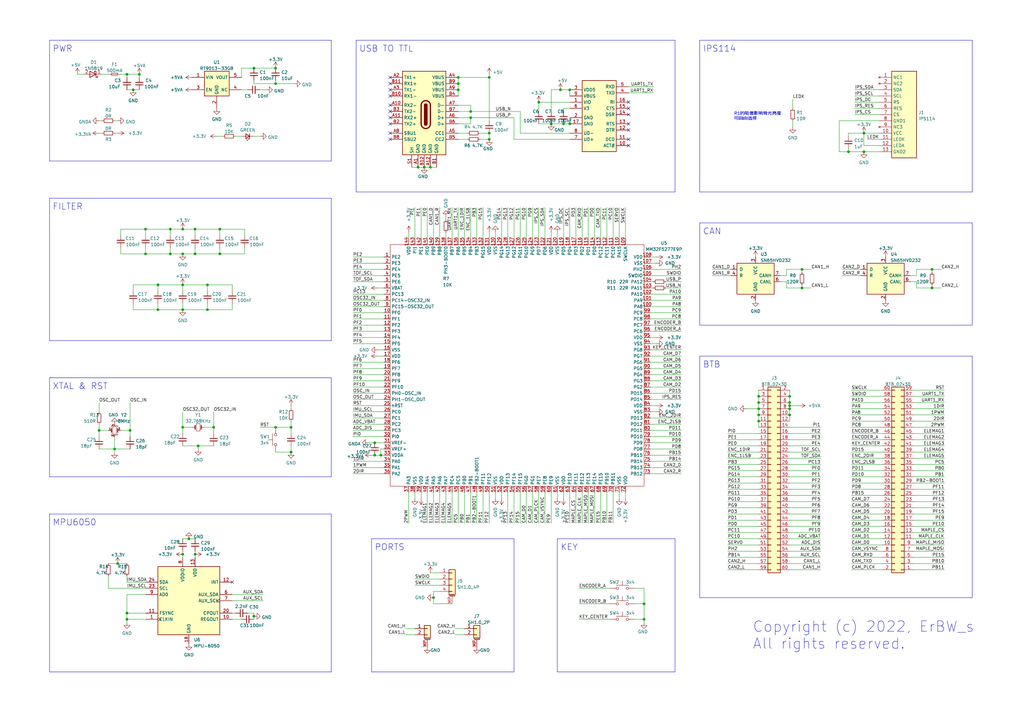
<source format=kicad_sch>
(kicad_sch (version 20230121) (generator eeschema)
  (paper "A3")
  (junction (at 69.85 104.14))
  (junction (at 57.15 30.48))
  (junction (at 231.14 50.8))
  (junction (at 323.85 170.18))
  (junction (at 311.15 162.56))
  (junction (at 74.93 175.26))
  (junction (at 311.15 167.64))
  (junction (at 52.07 254))
  (junction (at 54.61 36.83))
  (junction (at 74.93 93.98))
  (junction (at 328.93 118.11))
  (junction (at 264.16 254))
  (junction (at 156.21 186.69))
  (junction (at 200.66 54.61))
  (junction (at 53.34 176.53))
  (junction (at 90.17 104.14))
  (junction (at 59.69 104.14))
  (junction (at 104.14 27.94))
  (junction (at 323.85 165.1))
  (junction (at 69.85 93.98))
  (junction (at 80.01 93.98))
  (junction (at 46.99 184.15))
  (junction (at 74.93 116.84))
  (junction (at 233.68 50.8))
  (junction (at 328.93 110.49))
  (junction (at 59.69 93.98))
  (junction (at 87.63 175.26))
  (junction (at 187.96 31.75))
  (junction (at 311.15 170.18))
  (junction (at 52.07 30.48))
  (junction (at 64.77 127))
  (junction (at 382.27 110.49))
  (junction (at 85.09 116.84))
  (junction (at 85.09 127))
  (junction (at 193.04 45.72))
  (junction (at 311.15 172.72))
  (junction (at 311.15 165.1))
  (junction (at 354.33 62.23))
  (junction (at 187.96 34.29))
  (junction (at 119.38 175.26))
  (junction (at 187.96 36.83))
  (junction (at 323.85 166.37))
  (junction (at 113.03 175.26))
  (junction (at 64.77 116.84))
  (junction (at 104.14 252.73))
  (junction (at 171.45 68.58))
  (junction (at 80.01 227.33))
  (junction (at 74.93 104.14))
  (junction (at 233.68 36.83))
  (junction (at 153.67 186.69))
  (junction (at 113.03 27.94))
  (junction (at 74.93 227.33))
  (junction (at 113.03 34.29))
  (junction (at 323.85 162.56))
  (junction (at 153.67 181.61))
  (junction (at 81.28 182.88))
  (junction (at 176.53 68.58))
  (junction (at 264.16 247.65))
  (junction (at 80.01 104.14))
  (junction (at 193.04 48.26))
  (junction (at 90.17 93.98))
  (junction (at 200.66 31.75))
  (junction (at 52.07 251.46))
  (junction (at 323.85 167.64))
  (junction (at 220.98 41.91))
  (junction (at 177.8 245.11))
  (junction (at 48.26 231.14))
  (junction (at 354.33 54.61))
  (junction (at 382.27 118.11))
  (junction (at 226.06 50.8))
  (junction (at 74.93 127))
  (junction (at 200.66 57.15))
  (junction (at 173.99 68.58))
  (junction (at 229.87 36.83))
  (junction (at 347.98 62.23))
  (junction (at 40.64 176.53))
  (junction (at 77.47 220.98))
  (junction (at 119.38 185.42))
  (no_connect (at 257.81 41.91))
  (no_connect (at 160.02 50.8))
  (no_connect (at 160.02 45.72))
  (no_connect (at 160.02 54.61))
  (no_connect (at 257.81 50.8))
  (no_connect (at 160.02 43.18))
  (no_connect (at 257.81 46.99))
  (no_connect (at 257.81 59.69))
  (no_connect (at 160.02 31.75))
  (no_connect (at 95.25 238.76))
  (no_connect (at 257.81 53.34))
  (no_connect (at 160.02 39.37))
  (no_connect (at 160.02 57.15))
  (no_connect (at 160.02 34.29))
  (no_connect (at 257.81 57.15))
  (no_connect (at 160.02 36.83))
  (no_connect (at 160.02 48.26))
  (no_connect (at 257.81 44.45))
  (wire (pts (xy 336.55 213.36) (xy 323.85 213.36)))
  (wire (pts (xy 279.4 118.11) (xy 273.05 118.11)))
  (wire (pts (xy 298.45 208.28) (xy 311.15 208.28)))
  (wire (pts (xy 254 85.09) (xy 254 97.79)))
  (wire (pts (xy 279.4 176.53) (xy 266.7 176.53)))
  (wire (pts (xy 40.64 176.53) (xy 40.64 179.07)))
  (wire (pts (xy 144.78 194.31) (xy 157.48 194.31)))
  (wire (pts (xy 187.96 50.8) (xy 193.04 50.8)))
  (wire (pts (xy 182.88 88.9) (xy 182.88 90.17)))
  (wire (pts (xy 74.93 124.46) (xy 74.93 127)))
  (wire (pts (xy 74.93 175.26) (xy 74.93 177.8)))
  (wire (pts (xy 279.4 189.23) (xy 266.7 189.23)))
  (wire (pts (xy 193.04 85.09) (xy 193.04 97.79)))
  (wire (pts (xy 54.61 116.84) (xy 54.61 119.38)))
  (wire (pts (xy 266.7 133.35) (xy 279.4 133.35)))
  (wire (pts (xy 292.1 113.03) (xy 299.72 113.03)))
  (polyline (pts (xy 20.32 66.04) (xy 135.89 66.04)))
  (wire (pts (xy 187.96 31.75) (xy 187.96 34.29)))
  (wire (pts (xy 78.74 175.26) (xy 74.93 175.26)))
  (wire (pts (xy 231.14 50.8) (xy 233.68 50.8)))
  (wire (pts (xy 336.55 177.8) (xy 323.85 177.8)))
  (wire (pts (xy 144.78 107.95) (xy 157.48 107.95)))
  (wire (pts (xy 246.38 214.63) (xy 246.38 201.93)))
  (wire (pts (xy 74.93 116.84) (xy 64.77 116.84)))
  (wire (pts (xy 311.15 165.1) (xy 311.15 167.64)))
  (wire (pts (xy 59.69 238.76) (xy 52.07 238.76)))
  (wire (pts (xy 298.45 177.8) (xy 311.15 177.8)))
  (wire (pts (xy 90.17 93.98) (xy 80.01 93.98)))
  (wire (pts (xy 144.78 168.91) (xy 157.48 168.91)))
  (wire (pts (xy 144.78 179.07) (xy 157.48 179.07)))
  (wire (pts (xy 328.93 116.84) (xy 328.93 118.11)))
  (wire (pts (xy 323.85 166.37) (xy 323.85 167.64)))
  (wire (pts (xy 387.35 165.1) (xy 374.65 165.1)))
  (wire (pts (xy 187.96 43.18) (xy 193.04 43.18)))
  (wire (pts (xy 113.03 33.02) (xy 113.03 34.29)))
  (wire (pts (xy 208.28 85.09) (xy 208.28 97.79)))
  (wire (pts (xy 387.35 228.6) (xy 374.65 228.6)))
  (wire (pts (xy 40.64 165.1) (xy 40.64 168.91)))
  (wire (pts (xy 320.04 115.57) (xy 322.58 115.57)))
  (wire (pts (xy 336.55 220.98) (xy 323.85 220.98)))
  (polyline (pts (xy 135.89 275.59) (xy 20.32 275.59)))
  (wire (pts (xy 59.69 104.14) (xy 69.85 104.14)))
  (polyline (pts (xy 228.6 220.98) (xy 228.6 275.59)))
  (wire (pts (xy 85.09 116.84) (xy 85.09 119.38)))
  (wire (pts (xy 49.53 104.14) (xy 59.69 104.14)))
  (polyline (pts (xy 20.32 16.51) (xy 20.32 66.04)))
  (polyline (pts (xy 287.02 16.51) (xy 287.02 78.74)))
  (wire (pts (xy 387.35 185.42) (xy 374.65 185.42)))
  (wire (pts (xy 279.4 181.61) (xy 266.7 181.61)))
  (wire (pts (xy 83.82 175.26) (xy 87.63 175.26)))
  (wire (pts (xy 347.98 60.96) (xy 347.98 62.23)))
  (wire (pts (xy 349.25 165.1) (xy 361.95 165.1)))
  (wire (pts (xy 144.78 115.57) (xy 157.48 115.57)))
  (wire (pts (xy 218.44 85.09) (xy 218.44 97.79)))
  (wire (pts (xy 52.07 30.48) (xy 57.15 30.48)))
  (wire (pts (xy 220.98 85.09) (xy 220.98 97.79)))
  (wire (pts (xy 156.21 186.69) (xy 157.48 186.69)))
  (wire (pts (xy 187.96 57.15) (xy 191.77 57.15)))
  (polyline (pts (xy 398.78 16.51) (xy 287.02 16.51)))
  (wire (pts (xy 99.06 27.94) (xy 104.14 27.94)))
  (wire (pts (xy 387.35 203.2) (xy 374.65 203.2)))
  (polyline (pts (xy 146.05 16.51) (xy 146.05 78.74)))
  (wire (pts (xy 298.45 218.44) (xy 311.15 218.44)))
  (wire (pts (xy 226.06 214.63) (xy 226.06 201.93)))
  (wire (pts (xy 236.22 201.93) (xy 236.22 214.63)))
  (wire (pts (xy 382.27 116.84) (xy 382.27 118.11)))
  (wire (pts (xy 220.98 50.8) (xy 226.06 50.8)))
  (wire (pts (xy 298.45 195.58) (xy 311.15 195.58)))
  (wire (pts (xy 59.69 243.84) (xy 52.07 243.84)))
  (polyline (pts (xy 152.4 220.98) (xy 152.4 275.59)))
  (wire (pts (xy 350.52 39.37) (xy 360.68 39.37)))
  (wire (pts (xy 213.36 54.61) (xy 233.68 54.61)))
  (wire (pts (xy 172.72 204.47) (xy 172.72 201.93)))
  (wire (pts (xy 298.45 215.9) (xy 311.15 215.9)))
  (wire (pts (xy 182.88 95.25) (xy 182.88 97.79)))
  (polyline (pts (xy 135.89 154.94) (xy 135.89 195.58)))
  (wire (pts (xy 144.78 138.43) (xy 157.48 138.43)))
  (wire (pts (xy 203.2 95.25) (xy 203.2 97.79)))
  (wire (pts (xy 44.45 241.3) (xy 44.45 236.22)))
  (wire (pts (xy 233.68 214.63) (xy 233.68 201.93)))
  (wire (pts (xy 99.06 36.83) (xy 101.6 36.83)))
  (wire (pts (xy 74.93 220.98) (xy 77.47 220.98)))
  (wire (pts (xy 256.54 85.09) (xy 256.54 97.79)))
  (wire (pts (xy 298.45 220.98) (xy 311.15 220.98)))
  (wire (pts (xy 88.9 55.88) (xy 91.44 55.88)))
  (wire (pts (xy 279.4 186.69) (xy 266.7 186.69)))
  (wire (pts (xy 113.03 185.42) (xy 119.38 185.42)))
  (wire (pts (xy 74.93 182.88) (xy 81.28 182.88)))
  (wire (pts (xy 80.01 93.98) (xy 74.93 93.98)))
  (wire (pts (xy 190.5 260.35) (xy 186.69 260.35)))
  (wire (pts (xy 387.35 160.02) (xy 374.65 160.02)))
  (wire (pts (xy 187.96 34.29) (xy 187.96 36.83)))
  (wire (pts (xy 176.53 68.58) (xy 179.07 68.58)))
  (wire (pts (xy 266.7 161.29) (xy 279.4 161.29)))
  (wire (pts (xy 298.45 226.06) (xy 311.15 226.06)))
  (wire (pts (xy 59.69 93.98) (xy 59.69 96.52)))
  (wire (pts (xy 382.27 110.49) (xy 382.27 111.76)))
  (wire (pts (xy 361.95 177.8) (xy 349.25 177.8)))
  (wire (pts (xy 279.4 148.59) (xy 266.7 148.59)))
  (wire (pts (xy 107.95 243.84) (xy 95.25 243.84)))
  (wire (pts (xy 375.92 110.49) (xy 382.27 110.49)))
  (wire (pts (xy 298.45 210.82) (xy 311.15 210.82)))
  (wire (pts (xy 350.52 36.83) (xy 360.68 36.83)))
  (wire (pts (xy 226.06 50.8) (xy 231.14 50.8)))
  (wire (pts (xy 349.25 193.04) (xy 361.95 193.04)))
  (wire (pts (xy 349.25 213.36) (xy 361.95 213.36)))
  (wire (pts (xy 53.34 165.1) (xy 53.34 176.53)))
  (wire (pts (xy 323.85 166.37) (xy 327.66 166.37)))
  (wire (pts (xy 210.82 214.63) (xy 210.82 201.93)))
  (wire (pts (xy 387.35 195.58) (xy 374.65 195.58)))
  (wire (pts (xy 336.55 187.96) (xy 323.85 187.96)))
  (wire (pts (xy 80.01 226.06) (xy 80.01 227.33)))
  (wire (pts (xy 231.14 85.09) (xy 231.14 97.79)))
  (wire (pts (xy 167.64 95.25) (xy 167.64 97.79)))
  (wire (pts (xy 200.66 95.25) (xy 200.66 97.79)))
  (polyline (pts (xy 287.02 146.05) (xy 398.78 146.05)))
  (wire (pts (xy 349.25 167.64) (xy 361.95 167.64)))
  (wire (pts (xy 95.25 116.84) (xy 85.09 116.84)))
  (wire (pts (xy 104.14 252.73) (xy 104.14 251.46)))
  (wire (pts (xy 375.92 115.57) (xy 375.92 118.11)))
  (wire (pts (xy 336.55 175.26) (xy 323.85 175.26)))
  (wire (pts (xy 80.01 101.6) (xy 80.01 104.14)))
  (wire (pts (xy 106.68 175.26) (xy 113.03 175.26)))
  (wire (pts (xy 279.4 110.49) (xy 266.7 110.49)))
  (wire (pts (xy 298.45 182.88) (xy 311.15 182.88)))
  (wire (pts (xy 298.45 200.66) (xy 311.15 200.66)))
  (wire (pts (xy 387.35 215.9) (xy 374.65 215.9)))
  (wire (pts (xy 349.25 160.02) (xy 361.95 160.02)))
  (wire (pts (xy 223.52 85.09) (xy 223.52 97.79)))
  (wire (pts (xy 323.85 231.14) (xy 336.55 231.14)))
  (wire (pts (xy 279.4 184.15) (xy 266.7 184.15)))
  (wire (pts (xy 167.64 214.63) (xy 167.64 201.93)))
  (wire (pts (xy 298.45 190.5) (xy 311.15 190.5)))
  (wire (pts (xy 264.16 247.65) (xy 264.16 241.3)))
  (wire (pts (xy 144.78 140.97) (xy 157.48 140.97)))
  (wire (pts (xy 387.35 205.74) (xy 374.65 205.74)))
  (wire (pts (xy 325.12 40.64) (xy 325.12 44.45)))
  (polyline (pts (xy 20.32 139.7) (xy 135.89 139.7)))
  (wire (pts (xy 355.6 57.15) (xy 360.68 57.15)))
  (polyline (pts (xy 20.32 210.82) (xy 135.89 210.82)))
  (polyline (pts (xy 398.78 146.05) (xy 398.78 245.11)))
  (wire (pts (xy 187.96 45.72) (xy 193.04 45.72)))
  (wire (pts (xy 77.47 220.98) (xy 80.01 220.98)))
  (wire (pts (xy 198.12 214.63) (xy 198.12 201.93)))
  (wire (pts (xy 210.82 85.09) (xy 210.82 97.79)))
  (wire (pts (xy 52.07 238.76) (xy 52.07 236.22)))
  (wire (pts (xy 323.85 162.56) (xy 323.85 165.1)))
  (wire (pts (xy 182.88 214.63) (xy 182.88 201.93)))
  (wire (pts (xy 279.4 115.57) (xy 273.05 115.57)))
  (wire (pts (xy 350.52 46.99) (xy 360.68 46.99)))
  (wire (pts (xy 170.18 257.81) (xy 166.37 257.81)))
  (wire (pts (xy 349.25 187.96) (xy 361.95 187.96)))
  (polyline (pts (xy 287.02 78.74) (xy 398.78 78.74)))
  (wire (pts (xy 153.67 186.69) (xy 156.21 186.69)))
  (wire (pts (xy 44.45 231.14) (xy 48.26 231.14)))
  (wire (pts (xy 237.49 254) (xy 250.19 254)))
  (wire (pts (xy 311.15 231.14) (xy 298.45 231.14)))
  (wire (pts (xy 349.25 200.66) (xy 361.95 200.66)))
  (wire (pts (xy 264.16 255.27) (xy 264.16 254)))
  (wire (pts (xy 279.4 173.99) (xy 266.7 173.99)))
  (wire (pts (xy 144.78 148.59) (xy 157.48 148.59)))
  (wire (pts (xy 226.06 36.83) (xy 229.87 36.83)))
  (wire (pts (xy 144.78 125.73) (xy 157.48 125.73)))
  (wire (pts (xy 74.93 168.91) (xy 74.93 175.26)))
  (wire (pts (xy 336.55 195.58) (xy 323.85 195.58)))
  (wire (pts (xy 144.78 135.89) (xy 157.48 135.89)))
  (wire (pts (xy 54.61 36.83) (xy 57.15 36.83)))
  (wire (pts (xy 375.92 113.03) (xy 375.92 110.49)))
  (wire (pts (xy 46.99 54.61) (xy 48.26 54.61)))
  (wire (pts (xy 193.04 45.72) (xy 213.36 45.72)))
  (polyline (pts (xy 398.78 133.35) (xy 287.02 133.35)))
  (wire (pts (xy 168.91 68.58) (xy 171.45 68.58)))
  (wire (pts (xy 170.18 260.35) (xy 166.37 260.35)))
  (wire (pts (xy 104.14 251.46) (xy 101.6 251.46)))
  (wire (pts (xy 177.8 242.57) (xy 177.8 245.11)))
  (polyline (pts (xy 135.89 195.58) (xy 20.32 195.58)))
  (wire (pts (xy 311.15 233.68) (xy 298.45 233.68)))
  (wire (pts (xy 251.46 85.09) (xy 251.46 97.79)))
  (wire (pts (xy 361.95 185.42) (xy 349.25 185.42)))
  (wire (pts (xy 144.78 176.53) (xy 157.48 176.53)))
  (wire (pts (xy 64.77 116.84) (xy 64.77 119.38)))
  (polyline (pts (xy 210.82 275.59) (xy 152.4 275.59)))
  (wire (pts (xy 322.58 110.49) (xy 328.93 110.49)))
  (wire (pts (xy 200.66 54.61) (xy 196.85 54.61)))
  (wire (pts (xy 257.81 38.1) (xy 267.97 38.1)))
  (wire (pts (xy 233.68 48.26) (xy 233.68 50.8)))
  (wire (pts (xy 349.25 226.06) (xy 361.95 226.06)))
  (wire (pts (xy 336.55 208.28) (xy 323.85 208.28)))
  (wire (pts (xy 205.74 204.47) (xy 205.74 201.93)))
  (wire (pts (xy 323.85 167.64) (xy 323.85 170.18)))
  (wire (pts (xy 387.35 175.26) (xy 374.65 175.26)))
  (polyline (pts (xy 287.02 146.05) (xy 287.02 245.11)))
  (wire (pts (xy 279.4 143.51) (xy 266.7 143.51)))
  (wire (pts (xy 349.25 215.9) (xy 361.95 215.9)))
  (wire (pts (xy 336.55 228.6) (xy 323.85 228.6)))
  (wire (pts (xy 223.52 214.63) (xy 223.52 201.93)))
  (wire (pts (xy 344.17 62.23) (xy 347.98 62.23)))
  (wire (pts (xy 144.78 105.41) (xy 157.48 105.41)))
  (wire (pts (xy 187.96 48.26) (xy 193.04 48.26)))
  (wire (pts (xy 267.97 118.11) (xy 266.7 118.11)))
  (wire (pts (xy 144.78 128.27) (xy 157.48 128.27)))
  (wire (pts (xy 238.76 85.09) (xy 238.76 97.79)))
  (wire (pts (xy 173.99 68.58) (xy 176.53 68.58)))
  (wire (pts (xy 44.45 176.53) (xy 40.64 176.53)))
  (wire (pts (xy 387.35 182.88) (xy 374.65 182.88)))
  (polyline (pts (xy 135.89 66.04) (xy 135.89 16.51)))
  (wire (pts (xy 177.8 97.79) (xy 177.8 85.09)))
  (wire (pts (xy 69.85 101.6) (xy 69.85 104.14)))
  (wire (pts (xy 144.78 156.21) (xy 157.48 156.21)))
  (wire (pts (xy 119.38 175.26) (xy 119.38 177.8)))
  (wire (pts (xy 373.38 115.57) (xy 375.92 115.57)))
  (wire (pts (xy 193.04 43.18) (xy 193.04 45.72)))
  (wire (pts (xy 298.45 205.74) (xy 311.15 205.74)))
  (wire (pts (xy 298.45 223.52) (xy 311.15 223.52)))
  (wire (pts (xy 74.93 116.84) (xy 85.09 116.84)))
  (wire (pts (xy 336.55 200.66) (xy 323.85 200.66)))
  (wire (pts (xy 349.25 195.58) (xy 361.95 195.58)))
  (wire (pts (xy 144.78 191.77) (xy 157.48 191.77)))
  (wire (pts (xy 69.85 93.98) (xy 69.85 96.52)))
  (wire (pts (xy 80.01 104.14) (xy 90.17 104.14)))
  (wire (pts (xy 144.78 173.99) (xy 157.48 173.99)))
  (wire (pts (xy 228.6 204.47) (xy 228.6 201.93)))
  (wire (pts (xy 269.24 105.41) (xy 266.7 105.41)))
  (wire (pts (xy 349.25 231.14) (xy 361.95 231.14)))
  (wire (pts (xy 46.99 184.15) (xy 53.34 184.15)))
  (wire (pts (xy 387.35 180.34) (xy 374.65 180.34)))
  (wire (pts (xy 87.63 175.26) (xy 87.63 177.8)))
  (wire (pts (xy 279.4 120.65) (xy 266.7 120.65)))
  (wire (pts (xy 336.55 185.42) (xy 323.85 185.42)))
  (wire (pts (xy 59.69 241.3) (xy 44.45 241.3)))
  (wire (pts (xy 354.33 59.69) (xy 360.68 59.69)))
  (wire (pts (xy 350.52 41.91) (xy 360.68 41.91)))
  (wire (pts (xy 196.85 57.15) (xy 200.66 57.15)))
  (wire (pts (xy 69.85 104.14) (xy 74.93 104.14)))
  (wire (pts (xy 336.55 218.44) (xy 323.85 218.44)))
  (wire (pts (xy 279.4 130.81) (xy 266.7 130.81)))
  (wire (pts (xy 349.25 228.6) (xy 361.95 228.6)))
  (wire (pts (xy 349.25 172.72) (xy 361.95 172.72)))
  (wire (pts (xy 387.35 233.68) (xy 374.65 233.68)))
  (wire (pts (xy 80.01 93.98) (xy 80.01 96.52)))
  (wire (pts (xy 349.25 208.28) (xy 361.95 208.28)))
  (wire (pts (xy 251.46 214.63) (xy 251.46 201.93)))
  (wire (pts (xy 279.4 128.27) (xy 266.7 128.27)))
  (wire (pts (xy 106.68 36.83) (xy 109.22 36.83)))
  (wire (pts (xy 220.98 214.63) (xy 220.98 201.93)))
  (wire (pts (xy 220.98 41.91) (xy 220.98 45.72)))
  (wire (pts (xy 74.93 116.84) (xy 74.93 119.38)))
  (wire (pts (xy 350.52 44.45) (xy 360.68 44.45)))
  (wire (pts (xy 344.17 49.53) (xy 344.17 62.23)))
  (wire (pts (xy 336.55 203.2) (xy 323.85 203.2)))
  (wire (pts (xy 154.94 143.51) (xy 157.48 143.51)))
  (wire (pts (xy 328.93 118.11) (xy 332.74 118.11)))
  (wire (pts (xy 349.25 170.18) (xy 361.95 170.18)))
  (wire (pts (xy 64.77 124.46) (xy 64.77 127)))
  (wire (pts (xy 387.35 210.82) (xy 374.65 210.82)))
  (wire (pts (xy 119.38 166.37) (xy 119.38 167.64)))
  (wire (pts (xy 279.4 153.67) (xy 266.7 153.67)))
  (wire (pts (xy 336.55 215.9) (xy 323.85 215.9)))
  (wire (pts (xy 205.74 85.09) (xy 205.74 97.79)))
  (wire (pts (xy 298.45 198.12) (xy 311.15 198.12)))
  (wire (pts (xy 177.8 214.63) (xy 177.8 201.93)))
  (wire (pts (xy 59.69 101.6) (xy 59.69 104.14)))
  (wire (pts (xy 85.09 124.46) (xy 85.09 127)))
  (wire (pts (xy 387.35 208.28) (xy 374.65 208.28)))
  (wire (pts (xy 200.66 57.15) (xy 200.66 54.61)))
  (wire (pts (xy 40.64 54.61) (xy 41.91 54.61)))
  (wire (pts (xy 228.6 95.25) (xy 228.6 97.79)))
  (wire (pts (xy 210.82 48.26) (xy 210.82 57.15)))
  (wire (pts (xy 144.78 163.83) (xy 157.48 163.83)))
  (wire (pts (xy 144.78 189.23) (xy 157.48 189.23)))
  (wire (pts (xy 152.4 186.69) (xy 153.67 186.69)))
  (polyline (pts (xy 135.89 210.82) (xy 135.89 275.59)))
  (wire (pts (xy 104.14 33.02) (xy 104.14 34.29)))
  (wire (pts (xy 279.4 125.73) (xy 266.7 125.73)))
  (wire (pts (xy 175.26 85.09) (xy 175.26 97.79)))
  (wire (pts (xy 298.45 203.2) (xy 311.15 203.2)))
  (wire (pts (xy 322.58 118.11) (xy 328.93 118.11)))
  (wire (pts (xy 233.68 36.83) (xy 233.68 39.37)))
  (wire (pts (xy 374.65 218.44) (xy 387.35 218.44)))
  (wire (pts (xy 144.78 123.19) (xy 157.48 123.19)))
  (wire (pts (xy 387.35 200.66) (xy 374.65 200.66)))
  (wire (pts (xy 336.55 223.52) (xy 323.85 223.52)))
  (wire (pts (xy 226.06 45.72) (xy 226.06 36.83)))
  (polyline (pts (xy 276.86 16.51) (xy 276.86 78.74)))
  (wire (pts (xy 99.06 31.75) (xy 99.06 27.94)))
  (wire (pts (xy 175.26 214.63) (xy 175.26 201.93)))
  (wire (pts (xy 213.36 214.63) (xy 213.36 201.93)))
  (wire (pts (xy 298.45 228.6) (xy 311.15 228.6)))
  (wire (pts (xy 349.25 175.26) (xy 361.95 175.26)))
  (wire (pts (xy 336.55 198.12) (xy 323.85 198.12)))
  (wire (pts (xy 49.53 101.6) (xy 49.53 104.14)))
  (wire (pts (xy 180.34 214.63) (xy 180.34 201.93)))
  (wire (pts (xy 195.58 214.63) (xy 195.58 201.93)))
  (wire (pts (xy 170.18 237.49) (xy 180.34 237.49)))
  (wire (pts (xy 266.7 135.89) (xy 279.4 135.89)))
  (wire (pts (xy 74.93 227.33) (xy 74.93 228.6)))
  (wire (pts (xy 320.04 113.03) (xy 322.58 113.03)))
  (wire (pts (xy 387.35 213.36) (xy 374.65 213.36)))
  (wire (pts (xy 156.21 184.15) (xy 156.21 186.69)))
  (wire (pts (xy 322.58 113.03) (xy 322.58 110.49)))
  (wire (pts (xy 233.68 44.45) (xy 231.14 44.45)))
  (wire (pts (xy 246.38 85.09) (xy 246.38 97.79)))
  (wire (pts (xy 387.35 167.64) (xy 374.65 167.64)))
  (polyline (pts (xy 276.86 275.59) (xy 228.6 275.59)))
  (wire (pts (xy 328.93 110.49) (xy 332.74 110.49)))
  (wire (pts (xy 113.03 34.29) (xy 120.65 34.29)))
  (wire (pts (xy 74.93 127) (xy 85.09 127)))
  (wire (pts (xy 231.14 204.47) (xy 231.14 201.93)))
  (wire (pts (xy 387.35 170.18) (xy 374.65 170.18)))
  (wire (pts (xy 269.24 107.95) (xy 266.7 107.95)))
  (wire (pts (xy 336.55 226.06) (xy 323.85 226.06)))
  (polyline (pts (xy 135.89 16.51) (xy 20.32 16.51)))
  (wire (pts (xy 193.04 48.26) (xy 210.82 48.26)))
  (wire (pts (xy 325.12 52.07) (xy 325.12 49.53)))
  (wire (pts (xy 250.19 247.65) (xy 237.49 247.65)))
  (wire (pts (xy 180.34 242.57) (xy 177.8 242.57)))
  (wire (pts (xy 266.7 163.83) (xy 279.4 163.83)))
  (wire (pts (xy 104.14 55.88) (xy 106.68 55.88)))
  (wire (pts (xy 144.78 151.13) (xy 157.48 151.13)))
  (wire (pts (xy 176.53 234.95) (xy 180.34 234.95)))
  (wire (pts (xy 171.45 68.58) (xy 173.99 68.58)))
  (wire (pts (xy 170.18 85.09) (xy 170.18 97.79)))
  (wire (pts (xy 46.99 49.53) (xy 48.26 49.53)))
  (wire (pts (xy 200.66 214.63) (xy 200.66 201.93)))
  (wire (pts (xy 172.72 85.09) (xy 172.72 97.79)))
  (wire (pts (xy 170.18 204.47) (xy 170.18 201.93)))
  (wire (pts (xy 107.95 246.38) (xy 95.25 246.38)))
  (polyline (pts (xy 398.78 245.11) (xy 287.02 245.11)))
  (polyline (pts (xy 276.86 220.98) (xy 276.86 275.59)))
  (wire (pts (xy 54.61 127) (xy 64.77 127)))
  (wire (pts (xy 87.63 168.91) (xy 87.63 175.26)))
  (wire (pts (xy 248.92 214.63) (xy 248.92 201.93)))
  (wire (pts (xy 193.04 214.63) (xy 193.04 201.93)))
  (wire (pts (xy 40.64 49.53) (xy 41.91 49.53)))
  (wire (pts (xy 104.14 254) (xy 104.14 252.73)))
  (wire (pts (xy 144.78 153.67) (xy 157.48 153.67)))
  (wire (pts (xy 349.25 198.12) (xy 361.95 198.12)))
  (wire (pts (xy 52.07 243.84) (xy 52.07 251.46)))
  (wire (pts (xy 382.27 118.11) (xy 386.08 118.11)))
  (wire (pts (xy 57.15 30.48) (xy 57.15 31.75)))
  (wire (pts (xy 311.15 170.18) (xy 311.15 172.72)))
  (wire (pts (xy 323.85 233.68) (xy 336.55 233.68)))
  (wire (pts (xy 104.14 27.94) (xy 113.03 27.94)))
  (wire (pts (xy 298.45 180.34) (xy 311.15 180.34)))
  (wire (pts (xy 48.26 231.14) (xy 52.07 231.14)))
  (wire (pts (xy 250.19 241.3) (xy 237.49 241.3)))
  (wire (pts (xy 266.7 191.77) (xy 279.4 191.77)))
  (wire (pts (xy 95.25 254) (xy 99.06 254)))
  (wire (pts (xy 347.98 54.61) (xy 354.33 54.61)))
  (wire (pts (xy 80.01 227.33) (xy 80.01 228.6)))
  (polyline (pts (xy 287.02 91.44) (xy 398.78 91.44)))
  (wire (pts (xy 361.95 180.34) (xy 349.25 180.34)))
  (wire (pts (xy 260.35 254) (xy 264.16 254)))
  (wire (pts (xy 31.75 30.48) (xy 34.29 30.48)))
  (wire (pts (xy 40.64 184.15) (xy 46.99 184.15)))
  (wire (pts (xy 187.96 85.09) (xy 187.96 97.79)))
  (polyline (pts (xy 20.32 154.94) (xy 135.89 154.94)))
  (wire (pts (xy 279.4 158.75) (xy 266.7 158.75)))
  (wire (pts (xy 200.66 31.75) (xy 200.66 49.53)))
  (wire (pts (xy 264.16 254) (xy 264.16 247.65)))
  (wire (pts (xy 177.8 247.65) (xy 177.8 245.11)))
  (wire (pts (xy 220.98 41.91) (xy 233.68 41.91)))
  (wire (pts (xy 81.28 182.88) (xy 87.63 182.88)))
  (wire (pts (xy 373.38 113.03) (xy 375.92 113.03)))
  (wire (pts (xy 345.44 113.03) (xy 353.06 113.03)))
  (wire (pts (xy 157.48 184.15) (xy 156.21 184.15)))
  (wire (pts (xy 264.16 241.3) (xy 260.35 241.3)))
  (wire (pts (xy 267.97 115.57) (xy 266.7 115.57)))
  (wire (pts (xy 49.53 176.53) (xy 53.34 176.53)))
  (wire (pts (xy 100.33 96.52) (xy 100.33 93.98)))
  (wire (pts (xy 59.69 254) (xy 52.07 254)))
  (wire (pts (xy 46.99 184.15) (xy 46.99 185.42)))
  (wire (pts (xy 347.98 55.88) (xy 347.98 54.61)))
  (wire (pts (xy 349.25 205.74) (xy 361.95 205.74)))
  (wire (pts (xy 144.78 161.29) (xy 157.48 161.29)))
  (wire (pts (xy 231.14 44.45) (xy 231.14 45.72)))
  (polyline (pts (xy 152.4 220.98) (xy 210.82 220.98)))
  (wire (pts (xy 241.3 85.09) (xy 241.3 97.79)))
  (wire (pts (xy 41.91 30.48) (xy 44.45 30.48)))
  (wire (pts (xy 144.78 110.49) (xy 157.48 110.49)))
  (wire (pts (xy 349.25 203.2) (xy 361.95 203.2)))
  (wire (pts (xy 349.25 233.68) (xy 361.95 233.68)))
  (wire (pts (xy 382.27 110.49) (xy 386.08 110.49)))
  (wire (pts (xy 229.87 36.83) (xy 233.68 36.83)))
  (wire (pts (xy 387.35 198.12) (xy 374.65 198.12)))
  (wire (pts (xy 306.07 167.64) (xy 311.15 167.64)))
  (polyline (pts (xy 287.02 91.44) (xy 287.02 133.35)))
  (wire (pts (xy 279.4 146.05) (xy 266.7 146.05)))
  (wire (pts (xy 218.44 214.63) (xy 218.44 201.93)))
  (wire (pts (xy 144.78 133.35) (xy 157.48 133.35)))
  (wire (pts (xy 52.07 30.48) (xy 52.07 31.75)))
  (wire (pts (xy 254 204.47) (xy 254 201.93)))
  (wire (pts (xy 144.78 120.65) (xy 157.48 120.65)))
  (wire (pts (xy 154.94 146.05) (xy 157.48 146.05)))
  (wire (pts (xy 387.35 162.56) (xy 374.65 162.56)))
  (wire (pts (xy 328.93 110.49) (xy 328.93 111.76)))
  (wire (pts (xy 119.38 175.26) (xy 119.38 172.72)))
  (wire (pts (xy 336.55 180.34) (xy 323.85 180.34)))
  (wire (pts (xy 59.69 251.46) (xy 52.07 251.46)))
  (wire (pts (xy 269.24 166.37) (xy 266.7 166.37)))
  (wire (pts (xy 190.5 214.63) (xy 190.5 201.93)))
  (polyline (pts (xy 20.32 210.82) (xy 20.32 275.59)))
  (wire (pts (xy 59.69 93.98) (xy 49.53 93.98)))
  (wire (pts (xy 323.85 165.1) (xy 323.85 166.37)))
  (wire (pts (xy 354.33 54.61) (xy 360.68 54.61)))
  (wire (pts (xy 100.33 93.98) (xy 90.17 93.98)))
  (wire (pts (xy 236.22 85.09) (xy 236.22 97.79)))
  (wire (pts (xy 180.34 97.79) (xy 180.34 85.09)))
  (wire (pts (xy 96.52 55.88) (xy 99.06 55.88)))
  (wire (pts (xy 64.77 116.84) (xy 54.61 116.84)))
  (wire (pts (xy 200.66 31.75) (xy 187.96 31.75)))
  (wire (pts (xy 153.67 181.61) (xy 157.48 181.61)))
  (wire (pts (xy 387.35 187.96) (xy 374.65 187.96)))
  (wire (pts (xy 185.42 85.09) (xy 185.42 97.79)))
  (wire (pts (xy 336.55 193.04) (xy 323.85 193.04)))
  (wire (pts (xy 52.07 36.83) (xy 54.61 36.83)))
  (polyline (pts (xy 276.86 78.74) (xy 146.05 78.74)))
  (wire (pts (xy 95.25 124.46) (xy 95.25 127)))
  (polyline (pts (xy 20.32 81.28) (xy 20.32 139.7)))
  (wire (pts (xy 238.76 201.93) (xy 238.76 214.63)))
  (wire (pts (xy 100.33 101.6) (xy 100.33 104.14)))
  (wire (pts (xy 323.85 160.02) (xy 323.85 162.56)))
  (wire (pts (xy 347.98 62.23) (xy 354.33 62.23)))
  (wire (pts (xy 349.25 210.82) (xy 361.95 210.82)))
  (wire (pts (xy 74.93 93.98) (xy 69.85 93.98)))
  (polyline (pts (xy 398.78 91.44) (xy 398.78 133.35)))
  (wire (pts (xy 54.61 124.46) (xy 54.61 127)))
  (wire (pts (xy 311.15 162.56) (xy 311.15 165.1)))
  (polyline (pts (xy 210.82 220.98) (xy 210.82 275.59)))
  (wire (pts (xy 322.58 115.57) (xy 322.58 118.11)))
  (wire (pts (xy 298.45 185.42) (xy 311.15 185.42)))
  (wire (pts (xy 298.45 213.36) (xy 311.15 213.36)))
  (wire (pts (xy 144.78 130.81) (xy 157.48 130.81)))
  (wire (pts (xy 248.92 85.09) (xy 248.92 97.79)))
  (wire (pts (xy 336.55 190.5) (xy 323.85 190.5)))
  (wire (pts (xy 144.78 158.75) (xy 157.48 158.75)))
  (wire (pts (xy 260.35 247.65) (xy 264.16 247.65)))
  (wire (pts (xy 154.94 118.11) (xy 157.48 118.11)))
  (wire (pts (xy 177.8 247.65) (xy 185.42 247.65)))
  (wire (pts (xy 279.4 171.45) (xy 266.7 171.45)))
  (wire (pts (xy 336.55 205.74) (xy 323.85 205.74)))
  (wire (pts (xy 187.96 54.61) (xy 191.77 54.61)))
  (wire (pts (xy 46.99 179.07) (xy 46.99 184.15)))
  (wire (pts (xy 52.07 254) (xy 52.07 255.27)))
  (wire (pts (xy 349.25 218.44) (xy 361.95 218.44)))
  (wire (pts (xy 374.65 223.52) (xy 387.35 223.52)))
  (wire (pts (xy 49.53 93.98) (xy 49.53 96.52)))
  (wire (pts (xy 64.77 127) (xy 74.93 127)))
  (wire (pts (xy 144.78 113.03) (xy 157.48 113.03)))
  (wire (pts (xy 198.12 85.09) (xy 198.12 97.79)))
  (wire (pts (xy 200.66 30.48) (xy 200.66 31.75)))
  (wire (pts (xy 360.68 49.53) (xy 344.17 49.53)))
  (wire (pts (xy 213.36 45.72) (xy 213.36 54.61)))
  (wire (pts (xy 90.17 101.6) (xy 90.17 104.14)))
  (wire (pts (xy 345.44 110.49) (xy 353.06 110.49)))
  (wire (pts (xy 151.13 181.61) (xy 153.67 181.61)))
  (wire (pts (xy 74.93 226.06) (xy 74.93 227.33)))
  (wire (pts (xy 298.45 187.96) (xy 311.15 187.96)))
  (wire (pts (xy 279.4 123.19) (xy 266.7 123.19)))
  (polyline (pts (xy 398.78 78.74) (xy 398.78 16.51)))
  (polyline (pts (xy 228.6 220.98) (xy 276.86 220.98)))
  (polyline (pts (xy 135.89 139.7) (xy 135.89 81.28)))
  (wire (pts (xy 374.65 220.98) (xy 387.35 220.98)))
  (wire (pts (xy 387.35 193.04) (xy 374.65 193.04)))
  (wire (pts (xy 387.35 231.14) (xy 374.65 231.14)))
  (wire (pts (xy 387.35 190.5) (xy 374.65 190.5)))
  (wire (pts (xy 40.64 173.99) (xy 40.64 176.53)))
  (wire (pts (xy 215.9 85.09) (xy 215.9 97.79)))
  (wire (pts (xy 190.5 257.81) (xy 186.69 257.81)))
  (wire (pts (xy 269.24 168.91) (xy 266.7 168.91)))
  (wire (pts (xy 349.25 223.52) (xy 361.95 223.52)))
  (wire (pts (xy 292.1 110.49) (xy 299.72 110.49)))
  (wire (pts (xy 90.17 104.14) (xy 100.33 104.14)))
  (wire (pts (xy 298.45 193.04) (xy 311.15 193.04)))
  (wire (pts (xy 256.54 204.47) (xy 256.54 201.93)))
  (wire (pts (xy 243.84 85.09) (xy 243.84 97.79)))
  (wire (pts (xy 311.15 172.72) (xy 311.15 175.26)))
  (polyline (pts (xy 135.89 81.28) (xy 20.32 81.28)))
  (wire (pts (xy 323.85 170.18) (xy 323.85 172.72)))
  (wire (pts (xy 354.33 62.23) (xy 360.68 62.23)))
  (wire (pts (xy 311.15 160.02) (xy 311.15 162.56)))
  (wire (pts (xy 187.96 214.63) (xy 187.96 201.93)))
  (wire (pts (xy 336.55 182.88) (xy 323.85 182.88)))
  (wire (pts (xy 104.14 34.29) (xy 113.03 34.29)))
  (wire (pts (xy 257.81 35.56) (xy 267.97 35.56)))
  (wire (pts (xy 213.36 85.09) (xy 213.36 97.79)))
  (wire (pts (xy 53.34 176.53) (xy 53.34 179.07)))
  (wire (pts (xy 203.2 204.47) (xy 203.2 201.93)))
  (wire (pts (xy 85.09 127) (xy 95.25 127)))
  (wire (pts (xy 144.78 166.37) (xy 157.48 166.37)))
  (wire (pts (xy 95.25 116.84) (xy 95.25 119.38)))
  (wire (pts (xy 185.42 214.63) (xy 185.42 201.93)))
  (wire (pts (xy 52.07 251.46) (xy 52.07 254)))
  (wire (pts (xy 210.82 57.15) (xy 233.68 57.15)))
  (wire (pts (xy 208.28 214.63) (xy 208.28 201.93)))
  (wire (pts (xy 354.33 54.61) (xy 354.33 59.69)))
  (wire (pts (xy 95.25 251.46) (xy 96.52 251.46)))
  (wire (pts (xy 233.68 85.09) (xy 233.68 97.79)))
  (wire (pts (xy 349.25 190.5) (xy 361.95 190.5)))
  (wire (pts (xy 241.3 201.93) (xy 241.3 214.63)))
  (wire (pts (xy 243.84 201.93) (xy 243.84 214.63)))
  (wire (pts (xy 74.93 104.14) (xy 80.01 104.14)))
  (wire (pts (xy 49.53 30.48) (xy 52.07 30.48)))
  (wire (pts (xy 195.58 85.09) (xy 195.58 97.79)))
  (wire (pts (xy 269.24 138.43) (xy 266.7 138.43)))
  (wire (pts (xy 349.25 220.98) (xy 361.95 220.98)))
  (wire (pts (xy 119.38 182.88) (xy 119.38 185.42)))
  (wire (pts (xy 387.35 177.8) (xy 374.65 177.8)))
  (wire (pts (xy 187.96 36.83) (xy 187.96 39.37)))
  (wire (pts (xy 193.04 50.8) (xy 193.04 48.26)))
  (wire (pts (xy 361.95 162.56) (xy 349.25 162.56)))
  (wire (pts (xy 190.5 85.09) (xy 190.5 97.79)))
  (wire (pts (xy 349.25 182.88) (xy 361.95 182.88)))
  (wire (pts (xy 81.28 182.88) (xy 81.28 184.15)))
  (wire (pts (xy 279.4 151.13) (xy 266.7 151.13)))
  (polyline (pts (xy 20.32 195.58) (xy 20.32 154.94)))
  (wire (pts (xy 311.15 167.64) (xy 311.15 170.18)))
  (wire (pts (xy 387.35 172.72) (xy 374.65 172.72)))
  (wire (pts (xy 170.18 240.03) (xy 180.34 240.03)))
  (polyline (pts (xy 146.05 16.51) (xy 276.86 16.51)))
  (wire (pts (xy 90.17 93.98) (xy 90.17 96.52)))
  (wire (pts (xy 113.03 175.26) (xy 119.38 175.26)))
  (wire (pts (xy 69.85 93.98) (xy 59.69 93.98)))
  (wire (pts (xy 266.7 113.03) (xy 279.4 113.03)))
  (wire (pts (xy 336.55 210.82) (xy 323.85 210.82)))
  (wire (pts (xy 279.4 156.21) (xy 266.7 156.21)))
  (wire (pts (xy 266.7 194.31) (xy 279.4 194.31)))
  (wire (pts (xy 375.92 118.11) (xy 382.27 118.11)))
  (wire (pts (xy 215.9 214.63) (xy 215.9 201.93)))
  (wire (pts (xy 226.06 95.25) (xy 226.06 97.79)))
  (wire (pts (xy 144.78 171.45) (xy 157.48 171.45)))
  (wire (pts (xy 279.4 179.07) (xy 266.7 179.07)))
  (wire (pts (xy 374.65 226.06) (xy 387.35 226.06)))
  (wire (pts (xy 269.24 140.97) (xy 266.7 140.97)))
  (text "KEY" (at 229.87 226.06 0) (effects (font (size 2.54 2.54)) (justify left bottom)))
  (text "Copyright (c) 2022, ErBW_s\nAll rights reserved." (at 308.61 266.7 0) (effects (font (size 4.318 4.318)) (justify left bottom)))
  (text "R1的阻值影响背光亮度\n可自由选择" (at 300.99 49.53 0) (effects (font (size 1.27 1.27)) (justify left bottom)))
  (text "CAN" (at 288.29 96.52 0) (effects (font (size 2.54 2.54)) (justify left bottom)))
  (text "FILTER" (at 21.59 86.36 0) (effects (font (size 2.54 2.54)) (justify left bottom)))
  (text "XTAL & RST" (at 21.59 160.02 0) (effects (font (size 2.54 2.54)) (justify left bottom)))
  (text "IPS114" (at 288.29 21.59 0) (effects (font (size 2.54 2.54)) (justify left bottom)))
  (text "PWR" (at 21.59 21.59 0) (effects (font (size 2.54 2.54)) (justify left bottom)))
  (text "MPU6050" (at 21.59 215.9 0) (effects (font (size 2.54 2.54)) (justify left bottom)))
  (text "USB TO TTL" (at 147.32 21.59 0) (effects (font (size 2.54 2.54)) (justify left bottom)))
  (text "BTB" (at 288.29 151.13 0) (effects (font (size 2.54 2.54)) (justify left bottom)))
  (text "PORTS" (at 153.67 226.06 0) (effects (font (size 2.54 2.54)) (justify left bottom)))
  (label "PF12" (at 387.35 203.2 180))
  (label "PF2" (at 144.78 133.35 0))
  (label "1DIR" (at 144.78 189.23 0))
  (label "PF3" (at 336.55 200.66 180))
  (label "PB0" (at 190.5 214.63 90))
  (label "PF0" (at 144.78 128.27 0))
  (label "USB_P" (at 279.4 115.57 180))
  (label "CAM_D7" (at 349.25 205.74 0))
  (label "SERVO" (at 298.45 223.52 0))
  (label "CAM_D5" (at 349.25 210.82 0))
  (label "PG9" (at 218.44 85.09 270))
  (label "CAM_D6" (at 349.25 208.28 0))
  (label "PB1" (at 387.35 195.58 180))
  (label "PH2" (at 298.45 226.06 0))
  (label "ENC_1LSB" (at 298.45 187.96 0))
  (label "PG12" (at 298.45 200.66 0))
  (label "PF2" (at 336.55 198.12 180))
  (label "PB1" (at 193.04 214.63 90))
  (label "PC11" (at 248.92 85.09 270))
  (label "ELEMAG3" (at 180.34 214.63 90))
  (label "CAN2_D" (at 345.44 110.49 0))
  (label "PG15" (at 298.45 193.04 0))
  (label "MAPLE_MISO" (at 387.35 223.52 180))
  (label "CAN1_L" (at 336.55 231.14 180))
  (label "CAN2_D" (at 279.4 191.77 180))
  (label "OSC32_OUT" (at 74.93 168.91 0))
  (label "AUX_SDA" (at 107.95 243.84 180))
  (label "PD15" (at 279.4 161.29 180))
  (label "ENCODER_A" (at 279.4 135.89 180))
  (label "PA10" (at 349.25 165.1 0))
  (label "KEY_CENTER" (at 349.25 182.88 0))
  (label "OSC_IN" (at 53.34 165.1 0))
  (label "PE10" (at 387.35 215.9 180))
  (label "CAN2_H" (at 186.69 257.81 180))
  (label "SWCLK" (at 349.25 160.02 0))
  (label "PF5" (at 144.78 140.97 0))
  (label "PG11" (at 298.45 203.2 0))
  (label "CAM_VSYNC" (at 349.25 226.06 0))
  (label "SWDIO" (at 349.25 162.56 0))
  (label "PC10" (at 298.45 220.98 0))
  (label "UART1_RX" (at 185.42 85.09 270))
  (label "PF15" (at 213.36 214.63 90))
  (label "PD15" (at 349.25 185.42 0))
  (label "PE2" (at 336.55 177.8 180))
  (label "ENCODER_B" (at 237.49 247.65 0))
  (label "UART1_RX" (at 387.35 165.1 180))
  (label "ENC_1DIR" (at 190.5 85.09 270))
  (label "PG10" (at 298.45 205.74 0))
  (label "PF6" (at 144.78 148.59 0))
  (label "PI0" (at 298.45 177.8 0))
  (label "PD11" (at 279.4 176.53 180))
  (label "PC13" (at 336.55 190.5 180))
  (label "PE2" (at 144.78 105.41 0))
  (label "PF11" (at 198.12 214.63 90))
  (label "OSC_IN" (at 144.78 161.29 0))
  (label "RST" (at 144.78 166.37 0))
  (label "UART1_TX" (at 267.97 35.56 180))
  (label "1DIR" (at 387.35 167.64 180))
  (label "AUX_SCL" (at 336.55 228.6 180))
  (label "ELEMAG3" (at 387.35 182.88 180))
  (label "PE10" (at 233.68 214.63 90))
  (label "IMU_SDA" (at 144.78 171.45 0))
  (label "PB14" (at 279.4 189.23 180))
  (label "LEDK" (at 355.6 57.15 0))
  (label "PI1" (at 336.55 175.26 180))
  (label "CAN2_R" (at 279.4 194.31 180))
  (label "ENCODER_B" (at 279.4 133.35 180))
  (label "MAPLE_MISO" (at 241.3 214.63 90))
  (label "OSC32_IN" (at 144.78 123.19 0))
  (label "CAM_D7" (at 279.4 146.05 180))
  (label "PC8" (at 349.25 175.26 0))
  (label "PF15" (at 387.35 210.82 180))
  (label "PD3" (at 236.22 85.09 270))
  (label "OSC32_IN" (at 87.63 168.91 0))
  (label "CAN1_D" (at 177.8 85.09 270))
  (label "PG9" (at 298.45 208.28 0))
  (label "PD0" (at 298.45 215.9 0))
  (label "PA10" (at 279.4 120.65 180))
  (label "PF9" (at 336.55 215.9 180))
  (label "PA9" (at 279.4 123.19 180))
  (label "PE15" (at 246.38 214.63 90))
  (label "PF14" (at 210.82 214.63 90))
  (label "CAN1_L" (at 166.37 260.35 180))
  (label "OSC_OUT" (at 40.64 165.1 0))
  (label "CAN2_L" (at 186.69 260.35 180))
  (label "CAN2_L" (at 386.08 118.11 0))
  (label "PF0" (at 336.55 193.04 180))
  (label "PD9" (at 349.25 198.12 0))
  (label "PC13" (at 144.78 120.65 0))
  (label "SWCLK" (at 256.54 85.09 270))
  (label "ELEMAG4" (at 182.88 214.63 90))
  (label "KEY_CENTER" (at 279.4 143.51 180))
  (label "PF14" (at 387.35 208.28 180))
  (label "ADC_DIS" (at 144.78 176.53 0))
  (label "CAN2_R" (at 345.44 113.03 0))
  (label "SWDIO" (at 170.18 237.49 0))
  (label "CAM_D4" (at 349.25 213.36 0))
  (label "PE9" (at 387.35 213.36 180))
  (label "ENCODER_A" (at 349.25 180.34 0))
  (label "CAN1_D" (at 292.1 110.49 0))
  (label "ENC_1DIR" (at 298.45 185.42 0))
  (label "OSC_OUT" (at 144.78 163.83 0))
  (label "CAN1_R" (at 180.34 85.09 270))
  (label "CAM_D4" (at 279.4 153.67 180))
  (label "USB_N" (at 279.4 118.11 180))
  (label "ELEMAG1" (at 387.35 177.8 180))
  (label "PD8" (at 279.4 184.15 180))
  (label "PF10" (at 336.55 218.44 180))
  (label "PD11" (at 349.25 193.04 0))
  (label "1PWM" (at 144.78 191.77 0))
  (label "PC9" (at 349.25 172.72 0))
  (label "PE4" (at 336.55 182.88 180))
  (label "PF13" (at 387.35 205.74 180))
  (label "PE3" (at 336.55 180.34 180))
  (label "PF4" (at 336.55 203.2 180))
  (label "SWCLK" (at 170.18 240.03 0))
  (label "PF3" (at 144.78 135.89 0))
  (label "PF1" (at 144.78 130.81 0))
  (label "PB10" (at 248.92 214.63 90))
  (label "CAM_RXD" (at 349.25 228.6 0))
  (label "ENC_1LSB" (at 193.04 85.09 270))
  (label "SWDIO" (at 279.4 113.03 180))
  (label "PI1" (at 170.18 85.09 270))
  (label "PB0" (at 387.35 193.04 180))
  (label "TOF_SDA" (at 144.78 115.57 0))
  (label "PB11" (at 251.46 214.63 90))
  (label "PG13" (at 208.28 85.09 270))
  (label "2PWM" (at 167.64 214.63 90))
  (label "TOF_SDA" (at 336.55 187.96 180))
  (label "KEY_CENTER" (at 237.49 254 0))
  (label "ENCODER_B" (at 349.25 177.8 0))
  (label "TOF_SCL" (at 144.78 113.03 0))
  (label "ADC_DIS" (at 336.55 223.52 180))
  (label "ENC_2LSB" (at 349.25 190.5 0))
  (label "PF1" (at 336.55 195.58 180))
  (label "PB3" (at 298.45 190.5 0))
  (label "PB14" (at 298.45 228.6 0))
  (label "LEDK" (at 325.12 40.64 0))
  (label "OSC32_OUT" (at 144.78 125.73 0))
  (label "ELEMAG2" (at 387.35 180.34 180))
  (label "PE1" (at 172.72 85.09 270))
  (label "PG12" (at 210.82 85.09 270))
  (label "PF13" (at 208.28 214.63 90))
  (label "PG10" (at 215.9 85.09 270))
  (label "SERVO" (at 254 85.09 270))
  (label "CAN1_L" (at 332.74 118.11 0))
  (label "ENC_2DIR" (at 349.25 187.96 0))
  (label "CAM_VSYNC" (at 223.52 214.63 90))
  (label "PF11" (at 387.35 200.66 180))
  (label "CAM_PLCK" (at 349.25 233.68 0))
  (label "PC5" (at 387.35 190.5 180))
  (label "PG11" (at 213.36 85.09 270))
  (label "PC5" (at 187.96 214.63 90))
  (label "AUX_SDA" (at 336.55 226.06 180))
  (label "CAN1_H" (at 166.37 257.81 180))
  (label "CAN1_H" (at 332.74 110.49 0))
  (label "IPS_CS" (at 220.98 85.09 270))
  (label "CAM_RXD" (at 238.76 85.09 270))
  (label "ADC_VBAT" (at 336.55 220.98 180))
  (label "PF5" (at 336.55 205.74 180))
  (label "PA8" (at 349.25 170.18 0))
  (label "CAN2_H" (at 298.45 231.14 0))
  (label "IPS_SDA" (at 223.52 85.09 270))
  (label "UART1_RX" (at 267.97 38.1 180))
  (label "PE9" (at 226.06 214.63 90))
  (label "IMU_SCL" (at 52.07 241.3 0))
  (label "CAM_D3" (at 349.25 215.9 0))
  (label "PC11" (at 298.45 218.44 0))
  (label "CAM_D0" (at 349.25 223.52 0))
  (label "MAPLE_CS" (at 387.35 218.44 180))
  (label "PF12" (at 200.66 214.63 90))
  (label "CAM_TXD" (at 246.38 85.09 270))
  (label "PF9" (at 144.78 156.21 0))
  (label "2PWM" (at 387.35 175.26 180))
  (label "IPS_RES" (at 350.52 44.45 0))
  (label "PE3" (at 144.78 107.95 0))
  (label "PH2" (at 279.4 110.49 180))
  (label "ADC_VBAT" (at 144.78 173.99 0))
  (label "PC9" (at 279.4 128.27 180))
  (label "CAM_D1" (at 349.25 220.98 0))
  (label "CAM_D1" (at 218.44 214.63 90))
  (label "MAPLE_CLK" (at 387.35 220.98 180))
  (label "PD8" (at 349.25 200.66 0))
  (label "PF8" (at 144.78 153.67 0))
  (label "PD1" (at 241.3 85.09 270))
  (label "ELEMAG4" (at 387.35 185.42 180))
  (label "PE4" (at 144.78 110.49 0))
  (label "PB15" (at 349.25 203.2 0))
  (label "RST" (at 387.35 160.02 180))
  (label "IPS_RES" (at 279.4 163.83 180))
  (label "IPS_SCL" (at 233.68 85.09 270))
  (label "PB2-BOOT1" (at 195.58 214.63 90))
  (label "ELEMAG5" (at 185.42 214.63 90))
  (label "PC10" (at 251.46 85.09 270))
  (label "IPS_DC" (at 231.14 85.09 270))
  (label "PE1" (at 298.45 180.34 0))
  (label "PC8" (at 279.4 130.81 180))
  (label "ELEMAG5" (at 387.35 187.96 180))
  (label "CAM_D2" (at 279.4 158.75 180))
  (label "ENC_2DIR" (at 279.4 171.45 180))
  (label "CAN2_L" (at 298.45 233.68 0))
  (label "1PWM" (at 387.35 170.18 180))
  (label "IMU_SDA" (at 52.07 238.76 0))
  (label "2DIR" (at 144.78 194.31 0))
  (label "ELEMAG2" (at 177.8 214.63 90))
  (label "PD10" (at 279.4 179.07 180))
  (label "PF10" (at 144.78 158.75 0))
  (label "PE0" (at 175.26 85.09 270))
  (label "PF6" (at 336.55 208.28 180))
  (label "PI0" (at 144.78 179.07 0))
  (label "PE15" (at 387.35 228.6 180))
  (label "PF7" (at 336.55 210.82 180))
  (label "CAM_TXD" (at 349.25 231.14 0))
  (label "CAN1_H" (at 336.55 233.68 180))
  (label "IPS_DC" (at 350.52 41.91 0))
  (label "CAN1_R" (at 292.1 113.03 0))
  (label "IPS_SDA" (at 350.52 36.83 0))
  (label "PB3" (at 195.58 85.09 270))
  (label "PF7" (at 144.78 151.13 0))
  (label "PA9" (at 349.25 167.64 0))
  (label "ENC_2LSB" (at 279.4 173.99 180))
  (label "PD1" (at 298.45 213.36 0))
  (label "CAM_PLCK" (at 220.98 214.63 90))
  (label "RST" (at 106.68 175.26 0))
  (label "IPS_CS" (at 350.52 46.99 0))
  (label "TOF_SCL" (at 336.55 185.42 180))
  (label "CAM_D3" (at 279.4 156.21 180))
  (label "PE0" (at 298.45 182.88 0))
  (label "UART1_TX" (at 387.35 162.56 180))
  (label "PG14" (at 298.45 195.58 0))
  (label "MAPLE_MOSI" (at 387.35 226.06 180))
  (label "PB15" (at 279.4 186.69 180))
  (label "PD9" (at 279.4 181.61 180))
  (label "PG14" (at 205.74 85.09 270))
  (label "CAM_D6" (at 279.4 148.59 180))
  (label "2DIR" (at 387.35 172.72 180))
  (label "PD10" (at 349.25 195.58 0))
  (label "PD0" (at 243.84 85.09 270))
  (label "ELEMAG1" (at 175.26 214.63 90))
  (label "PB10" (at 387.35 231.14 180))
  (label "USB_N" (at 209.55 45.72 180))
  (label "PB11" (at 387.35 233.68 180))
  (label "PF4" (at 144.78 138.43 0))
  (label "IPS_SCL" (at 350.52 39.37 0))
  (label "MAPLE_CS" (at 236.22 214.63 90))
  (label "PF8" (at 336.55 213.36 180))
  (label "CAN2_H" (at 386.08 110.49 0))
  (label "PG13" (at 298.45 198.12 0))
  (label "CAM_D5" (at 279.4 151.13 180))
  (label "PA8" (at 279.4 125.73 180))
  (label "PD3" (at 298.45 210.82 0))
  (label "UART1_TX" (at 187.96 85.09 270))
  (label "CAM_D0" (at 215.9 214.63 90))
  (label "ENCODER_A" (at 237.49 241.3 0))
  (label "USB_P" (at 209.55 48.26 180))
  (label "PG15" (at 198.12 85.09 270))
  (label "MAPLE_MOSI" (at 243.84 214.63 90))
  (label "MAPLE_CLK" (at 238.76 214.63 90))
  (label "AUX_SCL" (at 107.95 246.38 180))
  (label "IMU_SCL" (at 144.78 168.91 0))
  (label "CAM_D2" (at 349.25 218.44 0))
  (label "PB2-BOOT1" (at 387.35 198.12 180))
  (symbol (lib_id "Device:C_Small") (at 200.66 52.07 180) (unit 1)
    (property "Reference" "C9" (at 204.47 50.8 0))
    (property "Value" "100nF" (at 205.74 53.34 0))
    (property "Footprint" "ErBW_s:C_0402" (effects hide))
  )
  (symbol (lib_id "power:GND") (at 54.61 36.83 0) (unit 1)
    (property "Reference" "#PWR07" (effects hide))
    (property "Value" "GND" (at 54.61 41.2734 0))
  )
  (symbol (lib_id "Device:R_Small") (at 182.88 92.71 0) (unit 1)
    (property "Reference" "R7" (at 181.61 114.3 0) (effects (justify left)))
    (property "Value" "10K" (at 181.61 116.84 0) (effects (justify left)))
    (property "Footprint" "ErBW_s:R_0402" (effects hide))
  )
  (symbol (lib_id "Device:C_Small") (at 347.98 58.42 0) (unit 1)
    (property "Reference" "C10" (at 350.3041 57.5916 0) (effects (justify left)))
    (property "Value" "1uF" (at 350.3041 60.1285 0) (effects (justify left)))
    (property "Footprint" "ErBW_s:C_0402" (effects hide))
  )
  (symbol (lib_id "power:+3.3V") (at 119.38 166.37 0) (unit 1)
    (property "Reference" "#PWR047" (effects hide))
    (property "Value" "+3.3V" (at 119.38 162.7942 0))
  )
  (symbol (lib_id "Device:C_Small") (at 100.33 99.06 180) (unit 1)
    (property "Reference" "C16" (at 104.14 97.79 0))
    (property "Value" "100nF" (at 105.41 100.33 0))
    (property "Footprint" "ErBW_s:C_0402" (effects hide))
  )
  (symbol (lib_id "power:+3.3V") (at 231.14 204.47 180) (unit 1)
    (property "Reference" "#PWR061" (effects hide))
    (property "Value" "+3.3V" (at 231.14 214.63 90) (effects (justify right)))
  )
  (symbol (lib_id "Diode:1N5819WS") (at 38.1 30.48 180) (unit 1)
    (property "Reference" "D1" (at 38.4175 25.5102 0))
    (property "Value" "1N5819" (at 38.4175 28.0471 0))
    (property "Footprint" "ErBW_s:SOD-323" (effects hide))
    (property "Datasheet" "https://datasheet.lcsc.com/lcsc/2204281430_Guangdong-Hottech-1N5819WS_C191023.pdf" (effects hide))
  )
  (symbol (lib_id "power:GND") (at 175.26 265.43 0) (unit 1)
    (property "Reference" "#PWR076" (effects hide))
    (property "Value" "GND" (at 176.53 266.7 0) (effects (justify left)))
  )
  (symbol (lib_id "power:GND") (at 46.99 185.42 0) (unit 1)
    (property "Reference" "#PWR053" (effects hide))
    (property "Value" "GND" (at 46.99 189.8634 0))
  )
  (symbol (lib_id "power:+3.3V") (at 113.03 27.94 0) (unit 1)
    (property "Reference" "#PWR01" (effects hide))
    (property "Value" "+3.3V" (at 113.03 24.3642 0))
  )
  (symbol (lib_id "Device:C_Small") (at 80.01 99.06 180) (unit 1)
    (property "Reference" "C14" (at 83.82 97.79 0))
    (property "Value" "100nF" (at 85.09 100.33 0))
    (property "Footprint" "ErBW_s:C_0402" (effects hide))
  )
  (symbol (lib_id "ErBW_s:MM32F5277E9P") (at 210.82 151.13 0) (unit 1)
    (property "Reference" "U5" (at 272.3129 99.7035 0))
    (property "Value" "MM32F5277E9P" (at 272.3129 102.2404 0))
    (property "Footprint" "Package_QFP:LQFP-144_20x20mm_P0.5mm" (effects hide))
  )
  (symbol (lib_id "power:GND") (at 109.22 36.83 90) (unit 1)
    (property "Reference" "#PWR09" (effects hide))
    (property "Value" "GND" (at 112.395 37.2638 90) (effects (justify right)))
  )
  (symbol (lib_id "Device:C_Small") (at 54.61 121.92 180) (unit 1)
    (property "Reference" "C17" (at 58.42 120.65 0))
    (property "Value" "100nF" (at 59.69 123.19 0))
    (property "Footprint" "ErBW_s:C_0402" (effects hide))
  )
  (symbol (lib_id "Device:R_Small") (at 382.27 114.3 0) (unit 1)
    (property "Reference" "R9" (at 377.19 113.03 0) (effects (justify left)))
    (property "Value" "120R" (at 375.92 115.57 0) (effects (justify left)))
    (property "Footprint" "ErBW_s:R_0402" (effects hide))
  )
  (symbol (lib_id "power:GND") (at 120.65 34.29 90) (unit 1)
    (property "Reference" "#PWR06" (effects hide))
    (property "Value" "GND" (at 123.825 34.7238 90) (effects (justify right)))
  )
  (symbol (lib_id "power:+3.3V") (at 354.33 54.61 0) (unit 1)
    (property "Reference" "#PWR019" (effects hide))
    (property "Value" "+3.3V" (at 354.33 51.0342 0))
  )
  (symbol (lib_id "Switch:SW_Push") (at 255.27 241.3 0) (unit 1)
    (property "Reference" "SW2" (at 254 238.76 0) (effects (justify right)))
    (property "Value" "3x4" (at 260.35 238.76 0) (effects (justify right)))
    (property "Footprint" "ErBW_s:BUTTON_3x4" (effects hide))
  )
  (symbol (lib_id "Device:R_Small") (at 119.38 170.18 0) (unit 1)
    (property "Reference" "R12" (at 114.3 168.91 0) (effects (justify left)))
    (property "Value" "10K" (at 114.3 171.45 0) (effects (justify left)))
    (property "Footprint" "ErBW_s:R_0402" (effects hide))
  )
  (symbol (lib_id "power:GNDA") (at 40.64 49.53 270) (unit 1)
    (property "Reference" "#PWR013" (effects hide))
    (property "Value" "GNDA" (at 37.465 49.9638 90) (effects (justify right)))
  )
  (symbol (lib_id "Device:R_Small") (at 270.51 118.11 90) (unit 1)
    (property "Reference" "R11" (at 252.73 118.11 90) (effects (justify left)))
    (property "Value" "22R" (at 257.81 118.11 90) (effects (justify left)))
    (property "Footprint" "ErBW_s:R_0402" (effects hide))
  )
  (symbol (lib_id "Device:C_Small") (at 49.53 99.06 180) (unit 1)
    (property "Reference" "C11" (at 53.34 97.79 0))
    (property "Value" "100nF" (at 54.61 100.33 0))
    (property "Footprint" "ErBW_s:C_0402" (effects hide))
  )
  (symbol (lib_id "power:+3.3V") (at 172.72 204.47 180) (unit 1)
    (property "Reference" "#PWR057" (effects hide))
    (property "Value" "+3.3V" (at 172.72 214.63 90) (effects (justify right)))
  )
  (symbol (lib_id "Device:LED_Small") (at 101.6 55.88 180) (unit 1)
    (property "Reference" "D2" (at 101.6 50.8 0))
    (property "Value" "GREEN" (at 101.6 53.34 0))
    (property "Footprint" "ErBW_s:LED_0402" (effects hide))
  )
  (symbol (lib_id "power:GND") (at 74.93 104.14 0) (unit 1)
    (property "Reference" "#PWR033" (effects hide))
    (property "Value" "GND" (at 74.93 108.5834 0))
  )
  (symbol (lib_id "power:+3.3V") (at 74.93 93.98 0) (unit 1)
    (property "Reference" "#PWR026" (effects hide))
    (property "Value" "+3.3V" (at 74.93 90.4042 0))
  )
  (symbol (lib_id "power:GND") (at 325.12 52.07 0) (unit 1)
    (property "Reference" "#PWR016" (effects hide))
    (property "Value" "GND" (at 325.12 56.5134 0))
  )
  (symbol (lib_id "power:GND") (at 306.07 167.64 270) (unit 1)
    (property "Reference" "#PWR065" (effects hide))
    (property "Value" "GND" (at 298.45 167.64 90) (effects (justify left)))
  )
  (symbol (lib_id "power:+3.3V") (at 167.64 95.25 0) (unit 1)
    (property "Reference" "#PWR027" (effects hide))
    (property "Value" "+3.3V" (at 167.64 85.09 90) (effects (justify right)))
  )
  (symbol (lib_id "power:GND") (at 254 204.47 0) (unit 1)
    (property "Reference" "#PWR062" (effects hide))
    (property "Value" "GND" (at 254 212.09 90) (effects (justify left)))
  )
  (symbol (lib_id "power:+5V") (at 31.75 30.48 0) (unit 1)
    (property "Reference" "#PWR02" (effects hide))
    (property "Value" "+5V" (at 33.02 26.67 0) (effects (justify right)))
  )
  (symbol (lib_id "Device:Crystal_GND24_Small") (at 46.99 176.53 0) (unit 1)
    (property "Reference" "Y2" (at 50.8 170.18 0))
    (property "Value" "8MHz" (at 50.8 172.72 0))
    (property "Footprint" "ErBW_s:Crystal_SMD_3225_4P" (effects hide))
  )
  (symbol (lib_id "power:+5VA") (at 327.66 166.37 270) (unit 1)
    (property "Reference" "#PWR066" (effects hide))
    (property "Value" "+5VA" (at 336.55 166.37 90) (effects (justify right)))
  )
  (symbol (lib_id "power:+3.3V") (at 205.74 204.47 180) (unit 1)
    (property "Reference" "#PWR059" (effects hide))
    (property "Value" "+3.3V" (at 205.74 214.63 90) (effects (justify right)))
  )
  (symbol (lib_id "ErBW_s:CH343P") (at 245.11 46.99 0) (unit 1)
    (property "Reference" "U2" (at 245.745 29.3202 0))
    (property "Value" "CH343P" (at 245.745 31.8571 0))
    (property "Footprint" "Package_DFN_QFN:QFN-16-1EP_3x3mm_P0.5mm_EP1.7x1.7mm" (effects hide))
    (property "Footprint" "Package_DFN_QFN:QFN-16-1EP_3x3mm_P0.5mm_EP1.7x1.7mm" (effects hide))
    (property "Reference" "U2" (effects hide))
    (property "Value" "CH343P" (effects hide))
  )
  (symbol (lib_id "ErBW_s:RT9013-33GB") (at 88.9 34.29 0) (unit 1)
    (property "Reference" "U1" (at 88.9 25.5102 0))
    (property "Value" "RT9013-33GB" (at 88.9 28.0471 0))
    (property "Footprint" "Package_TO_SOT_SMD:SOT-23-5" (effects hide))
  )
  (symbol (lib_id "power:+3.3VA") (at 152.4 186.69 90) (unit 1)
    (property "Reference" "#PWR055" (effects hide))
    (property "Value" "+3.3VA" (at 149.2251 187.1238 90) (effects (justify left)))
  )
  (symbol (lib_id "Device:C_Small") (at 74.93 121.92 180) (unit 1)
    (property "Reference" "C19" (at 78.74 120.65 0))
    (property "Value" "100nF" (at 80.01 123.19 0))
    (property "Footprint" "ErBW_s:C_0402" (effects hide))
  )
  (symbol (lib_id "Device:C_Small") (at 104.14 30.48 0) (unit 1)
    (property "Reference" "C1" (at 106.4641 29.6516 0) (effects (justify left)))
    (property "Value" "100nF" (at 106.4641 32.1885 0) (effects (justify left)))
    (property "Footprint" "ErBW_s:C_0402" (effects hide))
  )
  (symbol (lib_id "Device:R_Small") (at 52.07 233.68 0) (unit 1)
    (property "Reference" "R15" (at 48.26 232.41 0) (effects (justify left)))
    (property "Value" "4.7K" (at 46.99 234.95 0) (effects (justify left)))
    (property "Footprint" "ErBW_s:R_0402" (effects hide))
  )
  (symbol (lib_id "Device:C_Small") (at 85.09 121.92 180) (unit 1)
    (property "Reference" "C20" (at 88.9 120.65 0))
    (property "Value" "100nF" (at 90.17 123.19 0))
    (property "Footprint" "ErBW_s:C_0402" (effects hide))
  )
  (symbol (lib_id "power:GND") (at 154.94 143.51 270) (unit 1)
    (property "Reference" "#PWR045" (effects hide))
    (property "Value" "GND" (at 147.32 143.51 90) (effects (justify left)))
  )
  (symbol (lib_id "Device:Crystal_Small") (at 81.28 175.26 0) (unit 1)
    (property "Reference" "Y1" (at 81.28 170.1632 0))
    (property "Value" "32.768KHz" (at 81.28 172.7001 0))
    (property "Footprint" "ErBW_s:Crystal_SMD_3215_FC-135_2P" (effects hide))
  )
  (symbol (lib_id "power:GND") (at 269.24 140.97 90) (unit 1)
    (property "Reference" "#PWR044" (effects hide))
    (property "Value" "GND" (at 276.86 140.97 90) (effects (justify left)))
  )
  (symbol (lib_id "Device:C_Small") (at 57.15 34.29 180) (unit 1)
    (property "Reference" "C4" (at 60.96 33.02 0))
    (property "Value" "100nF" (at 62.23 35.56 0))
    (property "Footprint" "ErBW_s:C_0402" (effects hide))
  )
  (symbol (lib_id "Device:C_Small") (at 104.14 36.83 90) (unit 1)
    (property "Reference" "C5" (at 101.6 39.37 90))
    (property "Value" "10nF" (at 107.95 39.37 90))
    (property "Footprint" "ErBW_s:C_0402" (effects hide))
  )
  (symbol (lib_id "Device:C_Small") (at 64.77 121.92 180) (unit 1)
    (property "Reference" "C18" (at 68.58 120.65 0))
    (property "Value" "100nF" (at 69.85 123.19 0))
    (property "Footprint" "ErBW_s:C_0402" (effects hide))
  )
  (symbol (lib_id "power:+3.3V") (at 48.26 231.14 0) (unit 1)
    (property "Reference" "#PWR069" (effects hide))
    (property "Value" "+3.3V" (at 48.26 227.5642 0))
  )
  (symbol (lib_id "power:GND") (at 226.06 50.8 0) (unit 1)
    (property "Reference" "#PWR015" (effects hide))
    (property "Value" "GND" (at 227.33 53.34 0) (effects (justify left)))
  )
  (symbol (lib_id "power:GND") (at 104.14 252.73 90) (unit 1)
    (property "Reference" "#PWR072" (effects hide))
    (property "Value" "GND" (at 107.315 253.1638 90) (effects (justify right)))
  )
  (symbol (lib_id "power:GND") (at 309.88 123.19 0) (unit 1)
    (property "Reference" "#PWR040" (effects hide))
    (property "Value" "GND" (at 309.88 127.6334 0))
  )
  (symbol (lib_id "Switch:SW_Push") (at 255.27 254 0) (unit 1)
    (property "Reference" "SW4" (at 254 251.46 0) (effects (justify right)))
    (property "Value" "3x4" (at 260.35 251.46 0) (effects (justify right)))
    (property "Footprint" "ErBW_s:BUTTON_3x4" (effects hide))
  )
  (symbol (lib_id "power:GND") (at 48.26 49.53 90) (unit 1)
    (property "Reference" "#PWR014" (effects hide))
    (property "Value" "GND" (at 51.435 49.9638 90) (effects (justify right)))
  )
  (symbol (lib_id "Device:R_Small") (at 44.45 54.61 90) (unit 1)
    (property "Reference" "R3" (at 44.45 57.15 90))
    (property "Value" "0R" (at 44.45 52.7105 90))
    (property "Footprint" "ErBW_s:R_0402" (effects hide))
  )
  (symbol (lib_id "Interface_CAN_LIN:SN65HVD232") (at 309.88 113.03 0) (unit 1)
    (property "Reference" "U3" (at 311.8994 104.2502 0) (effects (justify left)))
    (property "Value" "SN65HVD232" (at 311.8994 106.7871 0) (effects (justify left)))
    (property "Footprint" "Package_SO:SOIC-8_3.9x4.9mm_P1.27mm" (effects hide))
    (property "Datasheet" "http://www.ti.com/lit/ds/symlink/sn65hvd230.pdf" (effects hide))
  )
  (symbol (lib_id "power:+3.3V") (at 269.24 105.41 270) (unit 1)
    (property "Reference" "#PWR034" (effects hide))
    (property "Value" "+3.3V" (at 279.4 105.41 90) (effects (justify right)))
  )
  (symbol (lib_id "power:GND") (at 195.58 265.43 0) (unit 1)
    (property "Reference" "#PWR077" (effects hide))
    (property "Value" "GND" (at 196.85 266.7 0) (effects (justify left)))
  )
  (symbol (lib_id "power:+5V") (at 200.66 30.48 0) (unit 1)
    (property "Reference" "#PWR04" (effects hide))
    (property "Value" "+5V" (at 202.057 29.6438 0) (effects (justify left)))
  )
  (symbol (lib_id "Switch:SW_Push") (at 255.27 247.65 0) (unit 1)
    (property "Reference" "SW3" (at 254 245.11 0) (effects (justify right)))
    (property "Value" "3x4" (at 260.35 245.11 0) (effects (justify right)))
    (property "Footprint" "ErBW_s:BUTTON_3x4" (effects hide))
  )
  (symbol (lib_id "Device:C_Small") (at 74.93 223.52 0) (unit 1)
    (property "Reference" "C28" (at 69.85 222.25 0) (effects (justify left)))
    (property "Value" "10nF" (at 67.31 224.79 0) (effects (justify left)))
    (property "Footprint" "ErBW_s:C_0402" (effects hide))
  )
  (symbol (lib_id "Connector_Generic_MountingPin:Conn_01x02_MountingPin") (at 195.58 257.81 0) (unit 1)
    (property "Reference" "J7" (at 194.31 252.73 0) (effects (justify left)))
    (property "Value" "SH1.0_2P" (at 191.77 255.27 0) (effects (justify left)))
    (property "Footprint" "Connector_JST:JST_SH_SM02B-SRSS-TB_1x02-1MP_P1.00mm_Horizontal" (effects hide))
  )
  (symbol (lib_id "power:+5VA") (at 57.15 30.48 0) (unit 1)
    (property "Reference" "#PWR03" (effects hide))
    (property "Value" "+5VA" (at 57.15 26.9042 0))
  )
  (symbol (lib_id "power:GND") (at 203.2 95.25 180) (unit 1)
    (property "Reference" "#PWR030" (effects hide))
    (property "Value" "GND" (at 203.2 87.63 90) (effects (justify left)))
  )
  (symbol (lib_id "power:GND") (at 228.6 95.25 180) (unit 1)
    (property "Reference" "#PWR032" (effects hide))
    (property "Value" "GND" (at 228.6 87.63 90) (effects (justify left)))
  )
  (symbol (lib_id "power:GND") (at 200.66 57.15 0) (unit 1)
    (property "Reference" "#PWR022" (effects hide))
    (property "Value" "GND" (at 198.12 60.96 0) (effects (justify left)))
  )
  (symbol (lib_id "power:+3.3V") (at 269.24 138.43 270) (unit 1)
    (property "Reference" "#PWR043" (effects hide))
    (property "Value" "+3.3V" (at 279.4 138.43 90) (effects (justify right)))
  )
  (symbol (lib_id "Device:R_Small") (at 44.45 233.68 0) (unit 1)
    (property "Reference" "R14" (at 40.64 232.41 0) (effects (justify left)))
    (property "Value" "4.7K" (at 39.37 234.95 0) (effects (justify left)))
    (property "Footprint" "ErBW_s:R_0402" (effects hide))
  )
  (symbol (lib_id "power:GND") (at 203.2 204.47 0) (unit 1)
    (property "Reference" "#PWR058" (effects hide))
    (property "Value" "GND" (at 203.2 212.09 90) (effects (justify left)))
  )
  (symbol (lib_id "power:GND") (at 269.24 168.91 90) (unit 1)
    (property "Reference" "#PWR049" (effects hide))
    (property "Value" "GND" (at 276.86 168.91 90) (effects (justify left)))
  )
  (symbol (lib_id "Switch:SW_Push") (at 113.03 180.34 90) (unit 1)
    (property "Reference" "SW1" (at 106.68 179.07 90) (effects (justify right)))
    (property "Value" "3x4" (at 106.68 181.61 90) (effects (justify right)))
    (property "Footprint" "ErBW_s:BUTTON_3x4" (effects hide))
  )
  (symbol (lib_id "power:GND") (at 106.68 55.88 90) (unit 1)
    (property "Reference" "#PWR021" (effects hide))
    (property "Value" "GND" (at 109.855 56.3138 90) (effects (justify right)))
  )
  (symbol (lib_id "power:GND") (at 46.99 173.99 180) (unit 1)
    (property "Reference" "#PWR050" (effects hide))
    (property "Value" "GND" (at 44.45 170.18 0) (effects (justify right)))
  )
  (symbol (lib_id "power:+3.3V") (at 74.93 116.84 0) (unit 1)
    (property "Reference" "#PWR038" (effects hide))
    (property "Value" "+3.3V" (at 74.93 113.2642 0))
  )
  (symbol (lib_id "power:+3.3V") (at 154.94 146.05 90) (unit 1)
    (property "Reference" "#PWR046" (effects hide))
    (property "Value" "+3.3V" (at 144.78 146.05 90) (effects (justify right)))
  )
  (symbol (lib_id "Device:C_Small") (at 59.69 99.06 180) (unit 1)
    (property "Reference" "C12" (at 63.5 97.79 0))
    (property "Value" "100nF" (at 64.77 100.33 0))
    (property "Footprint" "ErBW_s:C_0402" (effects hide))
  )
  (symbol (lib_id "Connector_Generic:Conn_02x30_Odd_Even") (at 369.57 198.12 180) (unit 1)
    (property "Reference" "J4" (at 368.3 155.0502 0))
    (property "Value" "BTB_02x30" (at 368.3 157.5871 0))
    (property "Footprint" "ErBW_s:BTB_Connector_02x30" (effects hide))
  )
  (symbol (lib_id "Connector_Generic_MountingPin:Conn_01x02_MountingPin") (at 175.26 257.81 0) (unit 1)
    (property "Reference" "J6" (at 173.99 252.73 0) (effects (justify left)))
    (property "Value" "SH1.0_2P" (at 171.45 255.27 0) (effects (justify left)))
    (property "Footprint" "Connector_JST:JST_SH_SM02B-SRSS-TB_1x02-1MP_P1.00mm_Horizontal" (effects hide))
    (property "Footprint" "Connector_JST:JST_SH_SM02B-SRSS-TB_1x02-1MP_P1.00mm_Horizontal" (effects hide))
    (property "Reference" "J6" (effects hide))
    (property "Value" "SH1.0_2P" (effects hide))
  )
  (symbol (lib_id "power:GND") (at 354.33 62.23 0) (unit 1)
    (property "Reference" "#PWR023" (effects hide))
    (property "Value" "GND" (at 354.33 66.6734 0))
  )
  (symbol (lib_id "Device:R_Small") (at 93.98 55.88 90) (unit 1)
    (property "Reference" "R5" (at 93.98 51.4436 90))
    (property "Value" "10K" (at 93.98 53.9805 90))
    (property "Footprint" "ErBW_s:R_0402" (effects hide))
  )
  (symbol (lib_id "Device:Fuse_Small") (at 46.99 30.48 0) (unit 1)
    (property "Reference" "F1" (at 46.99 26.3992 0))
    (property "Value" "500mA" (at 46.99 28.9361 0))
    (property "Footprint" "Fuse:Fuse_0603_1608Metric" (effects hide))
  )
  (symbol (lib_id "power:+3.3V") (at 309.88 105.41 0) (unit 1)
    (property "Reference" "#PWR035" (effects hide))
    (property "Value" "+3.3V" (at 309.88 101.8342 0))
  )
  (symbol (lib_id "power:+3.3V") (at 200.66 95.25 0) (unit 1)
    (property "Reference" "#PWR029" (effects hide))
    (property "Value" "+3.3V" (at 200.66 85.09 90) (effects (justify right)))
  )
  (symbol (lib_id "power:+3.3V") (at 80.01 227.33 270) (unit 1)
    (property "Reference" "#PWR068" (effects hide))
    (property "Value" "+3.3V" (at 90.17 227.33 90) (effects (justify right)))
  )
  (symbol (lib_id "Device:C_Small") (at 153.67 184.15 0) (unit 1)
    (property "Reference" "C27" (at 148.59 182.88 0) (effects (justify left)))
    (property "Value" "100nF" (at 146.05 185.42 0) (effects (justify left)))
    (property "Footprint" "ErBW_s:C_0402" (effects hide))
  )
  (symbol (lib_id "Interface_CAN_LIN:SN65HVD232") (at 363.22 113.03 0) (unit 1)
    (property "Reference" "U4" (at 365.2394 104.2502 0) (effects (justify left)))
    (property "Value" "SN65HVD232" (at 365.2394 106.7871 0) (effects (justify left)))
    (property "Footprint" "Package_SO:SOIC-8_3.9x4.9mm_P1.27mm" (effects hide))
    (property "Datasheet" "http://www.ti.com/lit/ds/symlink/sn65hvd230.pdf" (effects hide))
  )
  (symbol (lib_id "Device:C_Small") (at 226.06 48.26 0) (unit 1)
    (property "Reference" "C7" (at 223.52 45.72 0) (effects (justify left)))
    (property "Value" "100nF" (at 222.25 49.53 0) (effects (justify left)))
    (property "Footprint" "ErBW_s:C_0402" (effects hide))
  )
  (symbol (lib_id "Connector_Generic:Conn_02x30_Odd_Even") (at 316.23 195.58 0) (unit 1)
    (property "Reference" "J3" (at 317.5 155.0502 0))
    (property "Value" "BTB_02x30" (at 317.5 157.5871 0))
    (property "Footprint" "ErBW_s:BTB_Connector_02x30" (effects hide))
  )
  (symbol (lib_id "power:GND") (at 88.9 44.45 0) (unit 1)
    (property "Reference" "#PWR012" (effects hide))
    (property "Value" "GND" (at 88.9 48.8934 0))
  )
  (symbol (lib_id "power:GND") (at 363.22 123.19 0) (unit 1)
    (property "Reference" "#PWR041" (effects hide))
    (property "Value" "GND" (at 363.22 127.6334 0))
  )
  (symbol (lib_id "Device:C_Small") (at 52.07 34.29 180) (unit 1)
    (property "Reference" "C3" (at 48.26 33.02 0))
    (property "Value" "10uF" (at 46.99 35.56 0))
    (property "Footprint" "ErBW_s:C_0402" (effects hide))
  )
  (symbol (lib_id "power:GND") (at 77.47 220.98 180) (unit 1)
    (property "Reference" "#PWR064" (effects hide))
    (property "Value" "GND" (at 79.375 220.1438 0) (effects (justify right)))
  )
  (symbol (lib_id "Device:C_Small") (at 101.6 254 90) (unit 1)
    (property "Reference" "C31" (at 100.33 256.54 90))
    (property "Value" "100nF" (at 105.41 256.54 90))
    (property "Footprint" "ErBW_s:C_0402" (effects hide))
  )
  (symbol (lib_id "power:GNDA") (at 151.13 181.61 270) (unit 1)
    (property "Reference" "#PWR051" (effects hide))
    (property "Value" "GNDA" (at 147.955 182.0438 90) (effects (justify right)))
  )
  (symbol (lib_id "Device:C_Small") (at 40.64 181.61 0) (unit 1)
    (property "Reference" "C25" (at 35.56 180.34 0) (effects (justify left)))
    (property "Value" "18pF" (at 33.02 182.88 0) (effects (justify left)))
    (property "Footprint" "ErBW_s:C_0402" (effects hide))
  )
  (symbol (lib_id "power:+5VA") (at 78.74 36.83 90) (unit 1)
    (property "Reference" "#PWR08" (effects hide))
    (property "Value" "+5VA" (at 69.85 36.83 90) (effects (justify right)))
  )
  (symbol (lib_id "Device:R_Small") (at 328.93 114.3 0) (unit 1)
    (property "Reference" "R8" (at 323.85 113.03 0) (effects (justify left)))
    (property "Value" "120R" (at 322.58 115.57 0) (effects (justify left)))
    (property "Footprint" "ErBW_s:R_0402" (effects hide))
  )
  (symbol (lib_id "Device:C_Small") (at 87.63 180.34 0) (unit 1)
    (property "Reference" "C23" (at 89.9541 179.5116 0) (effects (justify left)))
    (property "Value" "18pF" (at 89.9541 182.0485 0) (effects (justify left)))
    (property "Footprint" "ErBW_s:C_0402" (effects hide))
  )
  (symbol (lib_id "power:+3.3V") (at 154.94 118.11 90) (unit 1)
    (property "Reference" "#PWR039" (effects hide))
    (property "Value" "+3.3V" (at 144.78 118.11 90) (effects (justify right)))
  )
  (symbol (lib_id "power:GND") (at 264.16 255.27 0) (unit 1)
    (property "Reference" "#PWR074" (effects hide))
    (property "Value" "GND" (at 261.62 259.08 0) (effects (justify left)))
  )
  (symbol (lib_id "power:GND") (at 228.6 204.47 0) (unit 1)
    (property "Reference" "#PWR060" (effects hide))
    (property "Value" "GND" (at 228.6 212.09 90) (effects (justify left)))
  )
  (symbol (lib_id "power:+3.3V") (at 269.24 166.37 270) (unit 1)
    (property "Reference" "#PWR048" (effects hide))
    (property "Value" "+3.3V" (at 279.4 166.37 90) (effects (justify right)))
  )
  (symbol (lib_id "Device:C_Small") (at 90.17 99.06 180) (unit 1)
    (property "Reference" "C15" (at 93.98 97.79 0))
    (property "Value" "100nF" (at 95.25 100.33 0))
    (property "Footprint" "ErBW_s:C_0402" (effects hide))
  )
  (symbol (lib_id "Device:C_Small") (at 69.85 99.06 180) (unit 1)
    (property "Reference" "C13" (at 73.66 97.79 0))
    (property "Value" "100nF" (at 74.93 100.33 0))
    (property "Footprint" "ErBW_s:C_0402" (effects hide))
  )
  (symbol (lib_id "Device:C_Small") (at 74.93 180.34 0) (unit 1)
    (property "Reference" "C22" (at 69.85 179.07 0) (effects (justify left)))
    (property "Value" "18pF" (at 67.31 181.61 0) (effects (justify left)))
    (property "Footprint" "ErBW_s:C_0402" (effects hide))
  )
  (symbol (lib_id "power:GND") (at 52.07 255.27 0) (unit 1)
    (property "Reference" "#PWR073" (effects hide))
    (property "Value" "GND" (at 52.07 259.7134 0))
  )
  (symbol (lib_id "Device:C_Small") (at 231.14 48.26 0) (unit 1)
    (property "Reference" "C8" (at 228.6 45.72 0) (effects (justify left)))
    (property "Value" "100nF" (at 228.6 49.53 0) (effects (justify left)))
    (property "Footprint" "ErBW_s:C_0402" (effects hide))
  )
  (symbol (lib_id "power:GND") (at 173.99 68.58 0) (unit 1)
    (property "Reference" "#PWR024" (effects hide))
    (property "Value" "GND" (at 171.45 72.39 0) (effects (justify left)))
  )
  (symbol (lib_id "power:GND") (at 81.28 184.15 0) (unit 1)
    (property "Reference" "#PWR052" (effects hide))
    (property "Value" "GND" (at 81.28 188.5934 0))
  )
  (symbol (lib_id "ErBW_s:USB-Type-C") (at 173.99 48.26 0) (unit 1)
    (property "Reference" "J2" (at 173.99 25.5102 0))
    (property "Value" "USB-Type-C" (at 173.99 28.0471 0))
    (property "Footprint" "ErBW_s:USB-Type-C_SMD_16P" (effects hide))
    (property "Footprint" "ErBW_s:USB-Type-C_SMD_16P" (effects hide))
    (property "Reference" "J2" (effects hide))
    (property "Value" "USB-Type-C" (effects hide))
  )
  (symbol (lib_id "power:GND") (at 170.18 204.47 0) (unit 1)
    (property "Reference" "#PWR056" (effects hide))
    (property "Value" "GND" (at 170.18 212.09 90) (effects (justify left)))
  )
  (symbol (lib_id "power:+5V") (at 229.87 36.83 0) (unit 1)
    (property "Reference" "#PWR010" (effects hide))
    (property "Value" "+5V" (at 228.6 33.02 0) (effects (justify left)))
  )
  (symbol (lib_id "power:+3.3V") (at 226.06 95.25 0) (unit 1)
    (property "Reference" "#PWR031" (effects hide))
    (property "Value" "+3.3V" (at 226.06 85.09 90) (effects (justify right)))
  )
  (symbol (lib_id "Device:R_Small") (at 325.12 46.99 180) (unit 1)
    (property "Reference" "R1" (at 326.6186 46.1553 0) (effects (justify right)))
    (property "Value" "10R" (at 326.6186 48.6922 0) (effects (justify right)))
    (property "Footprint" "ErBW_s:R_0402" (effects hide))
  )
  (symbol (lib_id "Sensor_Motion:MPU-6050") (at 77.47 246.38 0) (unit 1)
    (property "Reference" "U6" (at 79.4894 262.3804 0) (effects (justify left)))
    (property "Value" "MPU-6050" (at 79.4894 264.9173 0) (effects (justify left)))
    (property "Footprint" "Sensor_Motion:InvenSense_QFN-24_4x4mm_P0.5mm" (effects hide))
    (property "Datasheet" "https://store.invensense.com/datasheets/invensense/MPU-6050_DataSheet_V3%204.pdf" (effects hide))
  )
  (symbol (lib_id "Device:C_Small") (at 95.25 121.92 180) (unit 1)
    (property "Reference" "C21" (at 99.06 120.65 0))
    (property "Value" "100nF" (at 100.33 123.19 0))
    (property "Footprint" "ErBW_s:C_0402" (effects hide))
  )
  (symbol (lib_id "power:GND") (at 119.38 185.42 0) (unit 1)
    (property "Reference" "#PWR054" (effects hide))
    (property "Value" "GND" (at 119.38 189.8634 0))
  )
  (symbol (lib_id "Device:C_Small") (at 99.06 251.46 90) (unit 1)
    (property "Reference" "C30" (at 104.14 248.92 90))
    (property "Value" "2.2nF" (at 99.0663 248.735 90))
    (property "Footprint" "Capacitor_SMD:C_0603_1608Metric" (effects hide))
  )
  (symbol (lib_id "power:GND") (at 182.88 88.9 180) (unit 1)
    (property "Reference" "#PWR025" (effects hide))
    (property "Value" "GND" (at 182.88 81.28 90) (effects (justify left)))
  )
  (symbol (lib_id "power:GND") (at 74.93 127 0) (unit 1)
    (property "Reference" "#PWR042" (effects hide))
    (property "Value" "GND" (at 74.93 131.4434 0))
  )
  (symbol (lib_id "power:+5VA") (at 78.74 31.75 90) (unit 1)
    (property "Reference" "#PWR05" (effects hide))
    (property "Value" "+5VA" (at 69.85 31.75 90) (effects (justify right)))
  )
  (symbol (lib_id "Connector_Generic_MountingPin:Conn_01x04_MountingPin") (at 185.42 237.49 0) (unit 1)
    (property "Reference" "J5" (at 187.452 238.2809 0) (effects (justify left)))
    (property "Value" "SH1.0_4P" (at 187.452 240.8178 0) (effects (justify left)))
    (property "Footprint" "Connector_JST:JST_SH_SM04B-SRSS-TB_1x04-1MP_P1.00mm_Horizontal" (effects hide))
  )
  (symbol (lib_id "power:+3.3V") (at 256.54 204.47 180) (unit 1)
    (property "Reference" "#PWR063" (effects hide))
    (property "Value" "+3.3V" (at 256.54 214.63 90) (effects (justify right)))
  )
  (symbol (lib_id "power:GND") (at 77.47 264.16 0) (unit 1)
    (property "Reference" "#PWR075" (effects hide))
    (property "Value" "GND" (at 77.47 268.6034 0))
  )
  (symbol (lib_id "power:GND") (at 269.24 107.95 90) (unit 1)
    (property "Reference" "#PWR037" (effects hide))
    (property "Value" "GND" (at 276.86 107.95 90) (effects (justify left)))
  )
  (symbol (lib_id "ErBW_s:IPS114") (at 370.84 46.99 0) (unit 1)
    (property "Reference" "J1" (at 376.682 46.1553 0) (effects (justify left)))
    (property "Value" "IPS114" (at 376.682 48.6922 0) (effects (justify left)))
    (property "Footprint" "ErBW_s:IPS114" (effects hide))
  )
  (symbol (lib_id "Device:R_Small") (at 194.31 57.15 90) (unit 1)
    (property "Reference" "R6" (at 193.04 59.69 90) (effects (justify left)))
    (property "Value" "4.7K" (at 198.12 59.69 90) (effects (justify left)))
    (property "Footprint" "ErBW_s:R_0402" (effects hide))
  )
  (symbol (lib_id "power:GND") (at 177.8 245.11 270) (unit 1)
    (property "Reference" "#PWR071" (effects hide))
    (property "Value" "GND" (at 170.18 245.11 90) (effects (justify left)))
  )
  (symbol (lib_id "power:+3.3V") (at 88.9 55.88 90) (unit 1)
    (property "Reference" "#PWR020" (effects hide))
    (property "Value" "+3.3V" (at 78.74 55.88 90) (effects (justify right)))
  )
  (symbol (lib_id "Device:C_Small") (at 113.03 30.48 0) (unit 1)
    (property "Reference" "C2" (at 115.3541 29.6516 0) (effects (justify left)))
    (property "Value" "10uF" (at 115.3541 32.1885 0) (effects (justify left)))
    (property "Footprint" "ErBW_s:C_0402" (effects hide))
  )
  (symbol (lib_id "Device:C_Small") (at 119.38 180.34 0) (unit 1)
    (property "Reference" "C24" (at 121.7041 179.5116 0) (effects (justify left)))
    (property "Value" "100nF" (at 121.7041 182.0485 0) (effects (justify left)))
    (property "Footprint" "ErBW_s:C_0402" (effects hide))
  )
  (symbol (lib_id "Device:R_Small") (at 270.51 115.57 90) (unit 1)
    (property "Reference" "R10" (at 252.73 115.57 90) (effects (justify left)))
    (property "Value" "22R" (at 257.81 115.57 90) (effects (justify left)))
    (property "Footprint" "ErBW_s:R_0402" (effects hide))
  )
  (symbol (lib_id "Device:C_Small") (at 53.34 181.61 0) (unit 1)
    (property "Reference" "C26" (at 55.6641 180.7816 0) (effects (justify left)))
    (property "Value" "18pF" (at 55.6641 183.3185 0) (effects (justify left)))
    (property "Footprint" "ErBW_s:C_0402" (effects hide))
  )
  (symbol (lib_id "power:+3.3V") (at 74.93 227.33 90) (unit 1)
    (property "Reference" "#PWR067" (effects hide))
    (property "Value" "+3.3V" (at 64.77 227.33 90) (effects (justify right)))
  )
  (symbol (lib_id "power:+3.3V") (at 363.22 105.41 0) (unit 1)
    (property "Reference" "#PWR036" (effects hide))
    (property "Value" "+3.3V" (at 363.22 101.8342 0))
  )
  (symbol (lib_id "Device:R_Small") (at 40.64 171.45 0) (unit 1)
    (property "Reference" "R13" (at 36.83 170.18 0) (effects (justify left)))
    (property "Value" "510R" (at 34.29 172.72 0) (effects (justify left)))
    (property "Footprint" "ErBW_s:R_0402" (effects hide))
  )
  (symbol (lib_id "Device:C_Small") (at 80.01 223.52 0) (unit 1)
    (property "Reference" "C29" (at 82.3341 222.6916 0) (effects (justify left)))
    (property "Value" "100nF" (at 82.3341 225.2285 0) (effects (justify left)))
    (property "Footprint" "ErBW_s:C_0402" (effects hide))
  )
  (symbol (lib_id "Device:R_Small") (at 44.45 49.53 90) (unit 1)
    (property "Reference" "R2" (at 44.45 45.0936 90))
    (property "Value" "0R" (at 44.45 47.6305 90))
    (property "Footprint" "ErBW_s:R_0402" (effects hide))
  )
  (symbol (lib_id "power:+3.3V") (at 176.53 234.95 0) (unit 1)
    (property "Reference" "#PWR070" (effects hide))
    (property "Value" "+3.3V" (at 176.53 231.3742 0))
  )
  (symbol (lib_id "Device:C_Small") (at 220.98 48.26 0) (unit 1)
    (property "Reference" "C6" (at 218.44 45.72 0) (effects (justify left)))
    (property "Value" "100nF" (at 214.63 49.53 0) (effects (justify left)))
    (property "Footprint" "ErBW_s:C_0402" (effects hide))
  )
  (symbol (lib_id "Device:R_Small") (at 194.31 54.61 90) (unit 1)
    (property "Reference" "R4" (at 193.04 52.07 90) (effects (justify left)))
    (property "Value" "4.7K" (at 198.12 52.07 90) (effects (justify left)))
    (property "Footprint" "ErBW_s:R_0402" (effects hide))
  )
  (symbol (lib_id "power:+3.3V") (at 48.26 54.61 270) (unit 1)
    (property "Reference" "#PWR018" (effects hide))
    (property "Value" "+3.3V" (at 58.42 54.61 90) (effects (justify right)))
  )
  (symbol (lib_id "power:+3.3VA") (at 40.64 54.61 90) (unit 1)
    (property "Reference" "#PWR017" (effects hide))
    (property "Value" "+3.3VA" (at 37.4651 55.0438 90) (effects (justify left)))
  )
  (symbol (lib_id "power:+3.3V") (at 220.98 41.91 0) (unit 1)
    (property "Reference" "#PWR011" (effects hide))
    (property "Value" "+3.3V" (at 223.52 38.1 0) (effects (justify right)))
  )
)
</source>
